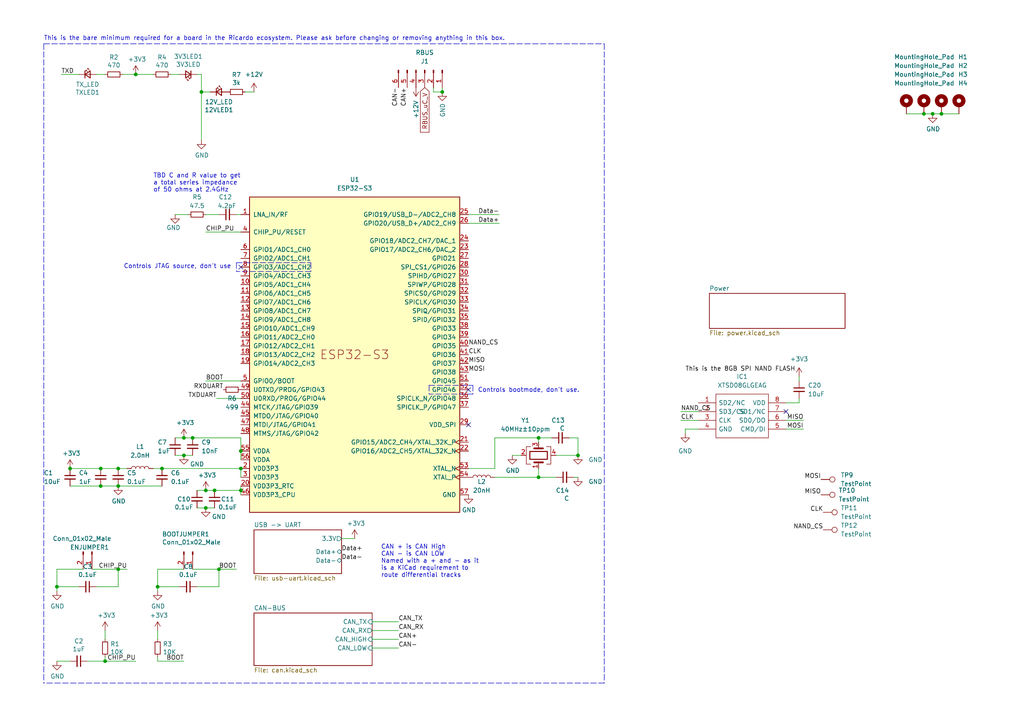
<source format=kicad_sch>
(kicad_sch (version 20211123) (generator eeschema)

  (uuid 7db990e4-92e1-4f99-b4d2-435bbec1ba83)

  (paper "A4")

  (lib_symbols
    (symbol "Connector:Conn_01x02_Male" (pin_names (offset 1.016) hide) (in_bom yes) (on_board yes)
      (property "Reference" "J" (id 0) (at 0 2.54 0)
        (effects (font (size 1.27 1.27)))
      )
      (property "Value" "Conn_01x02_Male" (id 1) (at 0 -5.08 0)
        (effects (font (size 1.27 1.27)))
      )
      (property "Footprint" "" (id 2) (at 0 0 0)
        (effects (font (size 1.27 1.27)) hide)
      )
      (property "Datasheet" "~" (id 3) (at 0 0 0)
        (effects (font (size 1.27 1.27)) hide)
      )
      (property "ki_keywords" "connector" (id 4) (at 0 0 0)
        (effects (font (size 1.27 1.27)) hide)
      )
      (property "ki_description" "Generic connector, single row, 01x02, script generated (kicad-library-utils/schlib/autogen/connector/)" (id 5) (at 0 0 0)
        (effects (font (size 1.27 1.27)) hide)
      )
      (property "ki_fp_filters" "Connector*:*_1x??_*" (id 6) (at 0 0 0)
        (effects (font (size 1.27 1.27)) hide)
      )
      (symbol "Conn_01x02_Male_1_1"
        (polyline
          (pts
            (xy 1.27 -2.54)
            (xy 0.8636 -2.54)
          )
          (stroke (width 0.1524) (type default) (color 0 0 0 0))
          (fill (type none))
        )
        (polyline
          (pts
            (xy 1.27 0)
            (xy 0.8636 0)
          )
          (stroke (width 0.1524) (type default) (color 0 0 0 0))
          (fill (type none))
        )
        (rectangle (start 0.8636 -2.413) (end 0 -2.667)
          (stroke (width 0.1524) (type default) (color 0 0 0 0))
          (fill (type outline))
        )
        (rectangle (start 0.8636 0.127) (end 0 -0.127)
          (stroke (width 0.1524) (type default) (color 0 0 0 0))
          (fill (type outline))
        )
        (pin passive line (at 5.08 0 180) (length 3.81)
          (name "Pin_1" (effects (font (size 1.27 1.27))))
          (number "1" (effects (font (size 1.27 1.27))))
        )
        (pin passive line (at 5.08 -2.54 180) (length 3.81)
          (name "Pin_2" (effects (font (size 1.27 1.27))))
          (number "2" (effects (font (size 1.27 1.27))))
        )
      )
    )
    (symbol "Connector:Conn_01x06_Male" (pin_names (offset 1.016) hide) (in_bom yes) (on_board yes)
      (property "Reference" "J" (id 0) (at 0 7.62 0)
        (effects (font (size 1.27 1.27)))
      )
      (property "Value" "Conn_01x06_Male" (id 1) (at 0 -10.16 0)
        (effects (font (size 1.27 1.27)))
      )
      (property "Footprint" "" (id 2) (at 0 0 0)
        (effects (font (size 1.27 1.27)) hide)
      )
      (property "Datasheet" "~" (id 3) (at 0 0 0)
        (effects (font (size 1.27 1.27)) hide)
      )
      (property "ki_keywords" "connector" (id 4) (at 0 0 0)
        (effects (font (size 1.27 1.27)) hide)
      )
      (property "ki_description" "Generic connector, single row, 01x06, script generated (kicad-library-utils/schlib/autogen/connector/)" (id 5) (at 0 0 0)
        (effects (font (size 1.27 1.27)) hide)
      )
      (property "ki_fp_filters" "Connector*:*_1x??_*" (id 6) (at 0 0 0)
        (effects (font (size 1.27 1.27)) hide)
      )
      (symbol "Conn_01x06_Male_1_1"
        (polyline
          (pts
            (xy 1.27 -7.62)
            (xy 0.8636 -7.62)
          )
          (stroke (width 0.1524) (type default) (color 0 0 0 0))
          (fill (type none))
        )
        (polyline
          (pts
            (xy 1.27 -5.08)
            (xy 0.8636 -5.08)
          )
          (stroke (width 0.1524) (type default) (color 0 0 0 0))
          (fill (type none))
        )
        (polyline
          (pts
            (xy 1.27 -2.54)
            (xy 0.8636 -2.54)
          )
          (stroke (width 0.1524) (type default) (color 0 0 0 0))
          (fill (type none))
        )
        (polyline
          (pts
            (xy 1.27 0)
            (xy 0.8636 0)
          )
          (stroke (width 0.1524) (type default) (color 0 0 0 0))
          (fill (type none))
        )
        (polyline
          (pts
            (xy 1.27 2.54)
            (xy 0.8636 2.54)
          )
          (stroke (width 0.1524) (type default) (color 0 0 0 0))
          (fill (type none))
        )
        (polyline
          (pts
            (xy 1.27 5.08)
            (xy 0.8636 5.08)
          )
          (stroke (width 0.1524) (type default) (color 0 0 0 0))
          (fill (type none))
        )
        (rectangle (start 0.8636 -7.493) (end 0 -7.747)
          (stroke (width 0.1524) (type default) (color 0 0 0 0))
          (fill (type outline))
        )
        (rectangle (start 0.8636 -4.953) (end 0 -5.207)
          (stroke (width 0.1524) (type default) (color 0 0 0 0))
          (fill (type outline))
        )
        (rectangle (start 0.8636 -2.413) (end 0 -2.667)
          (stroke (width 0.1524) (type default) (color 0 0 0 0))
          (fill (type outline))
        )
        (rectangle (start 0.8636 0.127) (end 0 -0.127)
          (stroke (width 0.1524) (type default) (color 0 0 0 0))
          (fill (type outline))
        )
        (rectangle (start 0.8636 2.667) (end 0 2.413)
          (stroke (width 0.1524) (type default) (color 0 0 0 0))
          (fill (type outline))
        )
        (rectangle (start 0.8636 5.207) (end 0 4.953)
          (stroke (width 0.1524) (type default) (color 0 0 0 0))
          (fill (type outline))
        )
        (pin passive line (at 5.08 5.08 180) (length 3.81)
          (name "Pin_1" (effects (font (size 1.27 1.27))))
          (number "1" (effects (font (size 1.27 1.27))))
        )
        (pin passive line (at 5.08 2.54 180) (length 3.81)
          (name "Pin_2" (effects (font (size 1.27 1.27))))
          (number "2" (effects (font (size 1.27 1.27))))
        )
        (pin passive line (at 5.08 0 180) (length 3.81)
          (name "Pin_3" (effects (font (size 1.27 1.27))))
          (number "3" (effects (font (size 1.27 1.27))))
        )
        (pin passive line (at 5.08 -2.54 180) (length 3.81)
          (name "Pin_4" (effects (font (size 1.27 1.27))))
          (number "4" (effects (font (size 1.27 1.27))))
        )
        (pin passive line (at 5.08 -5.08 180) (length 3.81)
          (name "Pin_5" (effects (font (size 1.27 1.27))))
          (number "5" (effects (font (size 1.27 1.27))))
        )
        (pin passive line (at 5.08 -7.62 180) (length 3.81)
          (name "Pin_6" (effects (font (size 1.27 1.27))))
          (number "6" (effects (font (size 1.27 1.27))))
        )
      )
    )
    (symbol "Connector:TestPoint" (pin_numbers hide) (pin_names (offset 0.762) hide) (in_bom yes) (on_board yes)
      (property "Reference" "TP" (id 0) (at 0 6.858 0)
        (effects (font (size 1.27 1.27)))
      )
      (property "Value" "TestPoint" (id 1) (at 0 5.08 0)
        (effects (font (size 1.27 1.27)))
      )
      (property "Footprint" "" (id 2) (at 5.08 0 0)
        (effects (font (size 1.27 1.27)) hide)
      )
      (property "Datasheet" "~" (id 3) (at 5.08 0 0)
        (effects (font (size 1.27 1.27)) hide)
      )
      (property "ki_keywords" "test point tp" (id 4) (at 0 0 0)
        (effects (font (size 1.27 1.27)) hide)
      )
      (property "ki_description" "test point" (id 5) (at 0 0 0)
        (effects (font (size 1.27 1.27)) hide)
      )
      (property "ki_fp_filters" "Pin* Test*" (id 6) (at 0 0 0)
        (effects (font (size 1.27 1.27)) hide)
      )
      (symbol "TestPoint_0_1"
        (circle (center 0 3.302) (radius 0.762)
          (stroke (width 0) (type default) (color 0 0 0 0))
          (fill (type none))
        )
      )
      (symbol "TestPoint_1_1"
        (pin passive line (at 0 0 90) (length 2.54)
          (name "1" (effects (font (size 1.27 1.27))))
          (number "1" (effects (font (size 1.27 1.27))))
        )
      )
    )
    (symbol "Device:C_Small" (pin_numbers hide) (pin_names (offset 0.254) hide) (in_bom yes) (on_board yes)
      (property "Reference" "C" (id 0) (at 0.254 1.778 0)
        (effects (font (size 1.27 1.27)) (justify left))
      )
      (property "Value" "C_Small" (id 1) (at 0.254 -2.032 0)
        (effects (font (size 1.27 1.27)) (justify left))
      )
      (property "Footprint" "" (id 2) (at 0 0 0)
        (effects (font (size 1.27 1.27)) hide)
      )
      (property "Datasheet" "~" (id 3) (at 0 0 0)
        (effects (font (size 1.27 1.27)) hide)
      )
      (property "ki_keywords" "capacitor cap" (id 4) (at 0 0 0)
        (effects (font (size 1.27 1.27)) hide)
      )
      (property "ki_description" "Unpolarized capacitor, small symbol" (id 5) (at 0 0 0)
        (effects (font (size 1.27 1.27)) hide)
      )
      (property "ki_fp_filters" "C_*" (id 6) (at 0 0 0)
        (effects (font (size 1.27 1.27)) hide)
      )
      (symbol "C_Small_0_1"
        (polyline
          (pts
            (xy -1.524 -0.508)
            (xy 1.524 -0.508)
          )
          (stroke (width 0.3302) (type default) (color 0 0 0 0))
          (fill (type none))
        )
        (polyline
          (pts
            (xy -1.524 0.508)
            (xy 1.524 0.508)
          )
          (stroke (width 0.3048) (type default) (color 0 0 0 0))
          (fill (type none))
        )
      )
      (symbol "C_Small_1_1"
        (pin passive line (at 0 2.54 270) (length 2.032)
          (name "~" (effects (font (size 1.27 1.27))))
          (number "1" (effects (font (size 1.27 1.27))))
        )
        (pin passive line (at 0 -2.54 90) (length 2.032)
          (name "~" (effects (font (size 1.27 1.27))))
          (number "2" (effects (font (size 1.27 1.27))))
        )
      )
    )
    (symbol "Device:Crystal_GND24" (pin_names (offset 1.016) hide) (in_bom yes) (on_board yes)
      (property "Reference" "Y" (id 0) (at 3.175 5.08 0)
        (effects (font (size 1.27 1.27)) (justify left))
      )
      (property "Value" "Crystal_GND24" (id 1) (at 3.175 3.175 0)
        (effects (font (size 1.27 1.27)) (justify left))
      )
      (property "Footprint" "" (id 2) (at 0 0 0)
        (effects (font (size 1.27 1.27)) hide)
      )
      (property "Datasheet" "~" (id 3) (at 0 0 0)
        (effects (font (size 1.27 1.27)) hide)
      )
      (property "ki_keywords" "quartz ceramic resonator oscillator" (id 4) (at 0 0 0)
        (effects (font (size 1.27 1.27)) hide)
      )
      (property "ki_description" "Four pin crystal, GND on pins 2 and 4" (id 5) (at 0 0 0)
        (effects (font (size 1.27 1.27)) hide)
      )
      (property "ki_fp_filters" "Crystal*" (id 6) (at 0 0 0)
        (effects (font (size 1.27 1.27)) hide)
      )
      (symbol "Crystal_GND24_0_1"
        (rectangle (start -1.143 2.54) (end 1.143 -2.54)
          (stroke (width 0.3048) (type default) (color 0 0 0 0))
          (fill (type none))
        )
        (polyline
          (pts
            (xy -2.54 0)
            (xy -2.032 0)
          )
          (stroke (width 0) (type default) (color 0 0 0 0))
          (fill (type none))
        )
        (polyline
          (pts
            (xy -2.032 -1.27)
            (xy -2.032 1.27)
          )
          (stroke (width 0.508) (type default) (color 0 0 0 0))
          (fill (type none))
        )
        (polyline
          (pts
            (xy 0 -3.81)
            (xy 0 -3.556)
          )
          (stroke (width 0) (type default) (color 0 0 0 0))
          (fill (type none))
        )
        (polyline
          (pts
            (xy 0 3.556)
            (xy 0 3.81)
          )
          (stroke (width 0) (type default) (color 0 0 0 0))
          (fill (type none))
        )
        (polyline
          (pts
            (xy 2.032 -1.27)
            (xy 2.032 1.27)
          )
          (stroke (width 0.508) (type default) (color 0 0 0 0))
          (fill (type none))
        )
        (polyline
          (pts
            (xy 2.032 0)
            (xy 2.54 0)
          )
          (stroke (width 0) (type default) (color 0 0 0 0))
          (fill (type none))
        )
        (polyline
          (pts
            (xy -2.54 -2.286)
            (xy -2.54 -3.556)
            (xy 2.54 -3.556)
            (xy 2.54 -2.286)
          )
          (stroke (width 0) (type default) (color 0 0 0 0))
          (fill (type none))
        )
        (polyline
          (pts
            (xy -2.54 2.286)
            (xy -2.54 3.556)
            (xy 2.54 3.556)
            (xy 2.54 2.286)
          )
          (stroke (width 0) (type default) (color 0 0 0 0))
          (fill (type none))
        )
      )
      (symbol "Crystal_GND24_1_1"
        (pin passive line (at -3.81 0 0) (length 1.27)
          (name "1" (effects (font (size 1.27 1.27))))
          (number "1" (effects (font (size 1.27 1.27))))
        )
        (pin passive line (at 0 5.08 270) (length 1.27)
          (name "2" (effects (font (size 1.27 1.27))))
          (number "2" (effects (font (size 1.27 1.27))))
        )
        (pin passive line (at 3.81 0 180) (length 1.27)
          (name "3" (effects (font (size 1.27 1.27))))
          (number "3" (effects (font (size 1.27 1.27))))
        )
        (pin passive line (at 0 -5.08 90) (length 1.27)
          (name "4" (effects (font (size 1.27 1.27))))
          (number "4" (effects (font (size 1.27 1.27))))
        )
      )
    )
    (symbol "Device:L" (pin_numbers hide) (pin_names (offset 1.016) hide) (in_bom yes) (on_board yes)
      (property "Reference" "L" (id 0) (at -1.27 0 90)
        (effects (font (size 1.27 1.27)))
      )
      (property "Value" "L" (id 1) (at 1.905 0 90)
        (effects (font (size 1.27 1.27)))
      )
      (property "Footprint" "" (id 2) (at 0 0 0)
        (effects (font (size 1.27 1.27)) hide)
      )
      (property "Datasheet" "~" (id 3) (at 0 0 0)
        (effects (font (size 1.27 1.27)) hide)
      )
      (property "ki_keywords" "inductor choke coil reactor magnetic" (id 4) (at 0 0 0)
        (effects (font (size 1.27 1.27)) hide)
      )
      (property "ki_description" "Inductor" (id 5) (at 0 0 0)
        (effects (font (size 1.27 1.27)) hide)
      )
      (property "ki_fp_filters" "Choke_* *Coil* Inductor_* L_*" (id 6) (at 0 0 0)
        (effects (font (size 1.27 1.27)) hide)
      )
      (symbol "L_0_1"
        (arc (start 0 -2.54) (mid 0.635 -1.905) (end 0 -1.27)
          (stroke (width 0) (type default) (color 0 0 0 0))
          (fill (type none))
        )
        (arc (start 0 -1.27) (mid 0.635 -0.635) (end 0 0)
          (stroke (width 0) (type default) (color 0 0 0 0))
          (fill (type none))
        )
        (arc (start 0 0) (mid 0.635 0.635) (end 0 1.27)
          (stroke (width 0) (type default) (color 0 0 0 0))
          (fill (type none))
        )
        (arc (start 0 1.27) (mid 0.635 1.905) (end 0 2.54)
          (stroke (width 0) (type default) (color 0 0 0 0))
          (fill (type none))
        )
      )
      (symbol "L_1_1"
        (pin passive line (at 0 3.81 270) (length 1.27)
          (name "1" (effects (font (size 1.27 1.27))))
          (number "1" (effects (font (size 1.27 1.27))))
        )
        (pin passive line (at 0 -3.81 90) (length 1.27)
          (name "2" (effects (font (size 1.27 1.27))))
          (number "2" (effects (font (size 1.27 1.27))))
        )
      )
    )
    (symbol "Device:LED_Small" (pin_numbers hide) (pin_names (offset 0.254) hide) (in_bom yes) (on_board yes)
      (property "Reference" "D" (id 0) (at -1.27 3.175 0)
        (effects (font (size 1.27 1.27)) (justify left))
      )
      (property "Value" "LED_Small" (id 1) (at -4.445 -2.54 0)
        (effects (font (size 1.27 1.27)) (justify left))
      )
      (property "Footprint" "" (id 2) (at 0 0 90)
        (effects (font (size 1.27 1.27)) hide)
      )
      (property "Datasheet" "~" (id 3) (at 0 0 90)
        (effects (font (size 1.27 1.27)) hide)
      )
      (property "ki_keywords" "LED diode light-emitting-diode" (id 4) (at 0 0 0)
        (effects (font (size 1.27 1.27)) hide)
      )
      (property "ki_description" "Light emitting diode, small symbol" (id 5) (at 0 0 0)
        (effects (font (size 1.27 1.27)) hide)
      )
      (property "ki_fp_filters" "LED* LED_SMD:* LED_THT:*" (id 6) (at 0 0 0)
        (effects (font (size 1.27 1.27)) hide)
      )
      (symbol "LED_Small_0_1"
        (polyline
          (pts
            (xy -0.762 -1.016)
            (xy -0.762 1.016)
          )
          (stroke (width 0.254) (type default) (color 0 0 0 0))
          (fill (type none))
        )
        (polyline
          (pts
            (xy 1.016 0)
            (xy -0.762 0)
          )
          (stroke (width 0) (type default) (color 0 0 0 0))
          (fill (type none))
        )
        (polyline
          (pts
            (xy 0.762 -1.016)
            (xy -0.762 0)
            (xy 0.762 1.016)
            (xy 0.762 -1.016)
          )
          (stroke (width 0.254) (type default) (color 0 0 0 0))
          (fill (type none))
        )
        (polyline
          (pts
            (xy 0 0.762)
            (xy -0.508 1.27)
            (xy -0.254 1.27)
            (xy -0.508 1.27)
            (xy -0.508 1.016)
          )
          (stroke (width 0) (type default) (color 0 0 0 0))
          (fill (type none))
        )
        (polyline
          (pts
            (xy 0.508 1.27)
            (xy 0 1.778)
            (xy 0.254 1.778)
            (xy 0 1.778)
            (xy 0 1.524)
          )
          (stroke (width 0) (type default) (color 0 0 0 0))
          (fill (type none))
        )
      )
      (symbol "LED_Small_1_1"
        (pin passive line (at -2.54 0 0) (length 1.778)
          (name "K" (effects (font (size 1.27 1.27))))
          (number "1" (effects (font (size 1.27 1.27))))
        )
        (pin passive line (at 2.54 0 180) (length 1.778)
          (name "A" (effects (font (size 1.27 1.27))))
          (number "2" (effects (font (size 1.27 1.27))))
        )
      )
    )
    (symbol "Device:R_Small" (pin_numbers hide) (pin_names (offset 0.254) hide) (in_bom yes) (on_board yes)
      (property "Reference" "R" (id 0) (at 0.762 0.508 0)
        (effects (font (size 1.27 1.27)) (justify left))
      )
      (property "Value" "R_Small" (id 1) (at 0.762 -1.016 0)
        (effects (font (size 1.27 1.27)) (justify left))
      )
      (property "Footprint" "" (id 2) (at 0 0 0)
        (effects (font (size 1.27 1.27)) hide)
      )
      (property "Datasheet" "~" (id 3) (at 0 0 0)
        (effects (font (size 1.27 1.27)) hide)
      )
      (property "ki_keywords" "R resistor" (id 4) (at 0 0 0)
        (effects (font (size 1.27 1.27)) hide)
      )
      (property "ki_description" "Resistor, small symbol" (id 5) (at 0 0 0)
        (effects (font (size 1.27 1.27)) hide)
      )
      (property "ki_fp_filters" "R_*" (id 6) (at 0 0 0)
        (effects (font (size 1.27 1.27)) hide)
      )
      (symbol "R_Small_0_1"
        (rectangle (start -0.762 1.778) (end 0.762 -1.778)
          (stroke (width 0.2032) (type default) (color 0 0 0 0))
          (fill (type none))
        )
      )
      (symbol "R_Small_1_1"
        (pin passive line (at 0 2.54 270) (length 0.762)
          (name "~" (effects (font (size 1.27 1.27))))
          (number "1" (effects (font (size 1.27 1.27))))
        )
        (pin passive line (at 0 -2.54 90) (length 0.762)
          (name "~" (effects (font (size 1.27 1.27))))
          (number "2" (effects (font (size 1.27 1.27))))
        )
      )
    )
    (symbol "Espressif:ESP32-S3" (pin_names (offset 1.016)) (in_bom yes) (on_board yes)
      (property "Reference" "U" (id 0) (at 0 48.26 0)
        (effects (font (size 1.27 1.27)))
      )
      (property "Value" "ESP32-S3" (id 1) (at 0 -48.26 0)
        (effects (font (size 1.27 1.27)))
      )
      (property "Footprint" "Package_DFN_QFN:QFN-56-1EP_7x7mm_P0.4mm_EP5.6x5.6mm" (id 2) (at 0 -50.8 0)
        (effects (font (size 1.27 1.27)) hide)
      )
      (property "Datasheet" "https://www.espressif.com/sites/default/files/documentation/esp32-s3_datasheet_en.pdf" (id 3) (at 0 -53.34 0)
        (effects (font (size 1.27 1.27)) hide)
      )
      (property "ki_description" "ESP32-S3 is a low-power MCU-based system-on-chip (SoC) that supports 2.4 GHz Wi-Fi and Bluetooth® Low Energy (Bluetooth LE). It consists of high-performance dual-core microprocessor (Xtensa® 32-bit LX7), a low power coprocessor, a Wi-Fi baseband, a Bluetooth LE baseband, RF module, and peripherals." (id 4) (at 0 0 0)
        (effects (font (size 1.27 1.27)) hide)
      )
      (symbol "ESP32-S3_0_0"
        (text "ESP32-S3" (at 0 0 0)
          (effects (font (size 2.54 2.54)))
        )
        (pin bidirectional line (at 33.02 -12.7 180) (length 2.54)
          (name "SPICLK_N/GPIO48" (effects (font (size 1.27 1.27))))
          (number "36" (effects (font (size 1.27 1.27))))
        )
        (pin bidirectional line (at 33.02 -15.24 180) (length 2.54)
          (name "SPICLK_P/GPIO47" (effects (font (size 1.27 1.27))))
          (number "37" (effects (font (size 1.27 1.27))))
        )
      )
      (symbol "ESP32-S3_0_1"
        (rectangle (start -30.48 45.72) (end 30.48 -45.72)
          (stroke (width 0.254) (type default) (color 0 0 0 0))
          (fill (type background))
        )
      )
      (symbol "ESP32-S3_1_1"
        (pin bidirectional line (at -33.02 40.64 0) (length 2.54)
          (name "LNA_IN/RF" (effects (font (size 1.27 1.27))))
          (number "1" (effects (font (size 1.27 1.27))))
        )
        (pin bidirectional line (at -33.02 20.32 0) (length 2.54)
          (name "GPIO5/ADC1_CH4" (effects (font (size 1.27 1.27))))
          (number "10" (effects (font (size 1.27 1.27))))
        )
        (pin bidirectional line (at -33.02 17.78 0) (length 2.54)
          (name "GPIO6/ADC1_CH5" (effects (font (size 1.27 1.27))))
          (number "11" (effects (font (size 1.27 1.27))))
        )
        (pin bidirectional line (at -33.02 15.24 0) (length 2.54)
          (name "GPIO7/ADC1_CH6" (effects (font (size 1.27 1.27))))
          (number "12" (effects (font (size 1.27 1.27))))
        )
        (pin bidirectional line (at -33.02 12.7 0) (length 2.54)
          (name "GPIO8/ADC1_CH7" (effects (font (size 1.27 1.27))))
          (number "13" (effects (font (size 1.27 1.27))))
        )
        (pin bidirectional line (at -33.02 10.16 0) (length 2.54)
          (name "GPIO9/ADC1_CH8" (effects (font (size 1.27 1.27))))
          (number "14" (effects (font (size 1.27 1.27))))
        )
        (pin bidirectional line (at -33.02 7.62 0) (length 2.54)
          (name "GPIO10/ADC1_CH9" (effects (font (size 1.27 1.27))))
          (number "15" (effects (font (size 1.27 1.27))))
        )
        (pin bidirectional line (at -33.02 5.08 0) (length 2.54)
          (name "GPIO11/ADC2_CH0" (effects (font (size 1.27 1.27))))
          (number "16" (effects (font (size 1.27 1.27))))
        )
        (pin bidirectional line (at -33.02 2.54 0) (length 2.54)
          (name "GPIO12/ADC2_CH1" (effects (font (size 1.27 1.27))))
          (number "17" (effects (font (size 1.27 1.27))))
        )
        (pin bidirectional line (at -33.02 0 0) (length 2.54)
          (name "GPIO13/ADC2_CH2" (effects (font (size 1.27 1.27))))
          (number "18" (effects (font (size 1.27 1.27))))
        )
        (pin bidirectional line (at -33.02 -2.54 0) (length 2.54)
          (name "GPIO14/ADC2_CH3" (effects (font (size 1.27 1.27))))
          (number "19" (effects (font (size 1.27 1.27))))
        )
        (pin power_in line (at -33.02 -33.02 0) (length 2.54)
          (name "VDD3P3" (effects (font (size 1.27 1.27))))
          (number "2" (effects (font (size 1.27 1.27))))
        )
        (pin power_in line (at -33.02 -38.1 0) (length 2.54)
          (name "VDD3P3_RTC" (effects (font (size 1.27 1.27))))
          (number "20" (effects (font (size 1.27 1.27))))
        )
        (pin input clock (at 33.02 -25.4 180) (length 2.54)
          (name "GPIO15/ADC2_CH4/XTAL_32K_P" (effects (font (size 1.27 1.27))))
          (number "21" (effects (font (size 1.27 1.27))))
        )
        (pin output clock (at 33.02 -27.94 180) (length 2.54)
          (name "GPIO16/ADC2_CH5/XTAL_32K_N" (effects (font (size 1.27 1.27))))
          (number "22" (effects (font (size 1.27 1.27))))
        )
        (pin bidirectional line (at 33.02 30.48 180) (length 2.54)
          (name "GPIO17/ADC2_CH6/DAC_2" (effects (font (size 1.27 1.27))))
          (number "23" (effects (font (size 1.27 1.27))))
        )
        (pin bidirectional line (at 33.02 33.02 180) (length 2.54)
          (name "GPIO18/ADC2_CH7/DAC_1" (effects (font (size 1.27 1.27))))
          (number "24" (effects (font (size 1.27 1.27))))
        )
        (pin bidirectional line (at 33.02 40.64 180) (length 2.54)
          (name "GPIO19/USB_D-/ADC2_CH8" (effects (font (size 1.27 1.27))))
          (number "25" (effects (font (size 1.27 1.27))))
        )
        (pin bidirectional line (at 33.02 38.1 180) (length 2.54)
          (name "GPIO20/USB_D+/ADC2_CH9" (effects (font (size 1.27 1.27))))
          (number "26" (effects (font (size 1.27 1.27))))
        )
        (pin bidirectional line (at 33.02 27.94 180) (length 2.54)
          (name "GPIO21" (effects (font (size 1.27 1.27))))
          (number "27" (effects (font (size 1.27 1.27))))
        )
        (pin bidirectional line (at 33.02 25.4 180) (length 2.54)
          (name "SPI_CS1/GPIO26" (effects (font (size 1.27 1.27))))
          (number "28" (effects (font (size 1.27 1.27))))
        )
        (pin power_out line (at 33.02 -20.32 180) (length 2.54)
          (name "VDD_SPI" (effects (font (size 1.27 1.27))))
          (number "29" (effects (font (size 1.27 1.27))))
        )
        (pin power_in line (at -33.02 -35.56 0) (length 2.54)
          (name "VDD3P3" (effects (font (size 1.27 1.27))))
          (number "3" (effects (font (size 1.27 1.27))))
        )
        (pin bidirectional line (at 33.02 22.86 180) (length 2.54)
          (name "SPIHD/GPIO27" (effects (font (size 1.27 1.27))))
          (number "30" (effects (font (size 1.27 1.27))))
        )
        (pin bidirectional line (at 33.02 20.32 180) (length 2.54)
          (name "SPIWP/GPIO28" (effects (font (size 1.27 1.27))))
          (number "31" (effects (font (size 1.27 1.27))))
        )
        (pin bidirectional line (at 33.02 17.78 180) (length 2.54)
          (name "SPICS0/GPIO29" (effects (font (size 1.27 1.27))))
          (number "32" (effects (font (size 1.27 1.27))))
        )
        (pin bidirectional line (at 33.02 15.24 180) (length 2.54)
          (name "SPICLK/GPIO30" (effects (font (size 1.27 1.27))))
          (number "33" (effects (font (size 1.27 1.27))))
        )
        (pin bidirectional line (at 33.02 12.7 180) (length 2.54)
          (name "SPIQ/GPIO31" (effects (font (size 1.27 1.27))))
          (number "34" (effects (font (size 1.27 1.27))))
        )
        (pin bidirectional line (at 33.02 10.16 180) (length 2.54)
          (name "SPID/GPIO32" (effects (font (size 1.27 1.27))))
          (number "35" (effects (font (size 1.27 1.27))))
        )
        (pin bidirectional line (at 33.02 7.62 180) (length 2.54)
          (name "GPIO33" (effects (font (size 1.27 1.27))))
          (number "38" (effects (font (size 1.27 1.27))))
        )
        (pin bidirectional line (at 33.02 5.08 180) (length 2.54)
          (name "GPIO34" (effects (font (size 1.27 1.27))))
          (number "39" (effects (font (size 1.27 1.27))))
        )
        (pin input line (at -33.02 35.56 0) (length 2.54)
          (name "CHIP_PU/RESET" (effects (font (size 1.27 1.27))))
          (number "4" (effects (font (size 1.27 1.27))))
        )
        (pin bidirectional line (at 33.02 2.54 180) (length 2.54)
          (name "GPIO35" (effects (font (size 1.27 1.27))))
          (number "40" (effects (font (size 1.27 1.27))))
        )
        (pin bidirectional line (at 33.02 0 180) (length 2.54)
          (name "GPIO36" (effects (font (size 1.27 1.27))))
          (number "41" (effects (font (size 1.27 1.27))))
        )
        (pin bidirectional line (at 33.02 -2.54 180) (length 2.54)
          (name "GPIO37" (effects (font (size 1.27 1.27))))
          (number "42" (effects (font (size 1.27 1.27))))
        )
        (pin bidirectional line (at 33.02 -5.08 180) (length 2.54)
          (name "GPIO38" (effects (font (size 1.27 1.27))))
          (number "43" (effects (font (size 1.27 1.27))))
        )
        (pin bidirectional line (at -33.02 -15.24 0) (length 2.54)
          (name "MTCK/JTAG/GPIO39" (effects (font (size 1.27 1.27))))
          (number "44" (effects (font (size 1.27 1.27))))
        )
        (pin bidirectional line (at -33.02 -17.78 0) (length 2.54)
          (name "MTDO/JTAG/GPIO40" (effects (font (size 1.27 1.27))))
          (number "45" (effects (font (size 1.27 1.27))))
        )
        (pin power_in line (at -33.02 -40.64 0) (length 2.54)
          (name "VDD3P3_CPU" (effects (font (size 1.27 1.27))))
          (number "46" (effects (font (size 1.27 1.27))))
        )
        (pin bidirectional line (at -33.02 -20.32 0) (length 2.54)
          (name "MTDI/JTAG/GPIO41" (effects (font (size 1.27 1.27))))
          (number "47" (effects (font (size 1.27 1.27))))
        )
        (pin bidirectional line (at -33.02 -22.86 0) (length 2.54)
          (name "MTMS/JTAG/GPIO42" (effects (font (size 1.27 1.27))))
          (number "48" (effects (font (size 1.27 1.27))))
        )
        (pin bidirectional line (at -33.02 -10.16 0) (length 2.54)
          (name "U0TXD/PROG/GPIO43" (effects (font (size 1.27 1.27))))
          (number "49" (effects (font (size 1.27 1.27))))
        )
        (pin bidirectional line (at -33.02 -7.62 0) (length 2.54)
          (name "GPIO0/BOOT" (effects (font (size 1.27 1.27))))
          (number "5" (effects (font (size 1.27 1.27))))
        )
        (pin bidirectional line (at -33.02 -12.7 0) (length 2.54)
          (name "U0RXD/PROG/GPIO44" (effects (font (size 1.27 1.27))))
          (number "50" (effects (font (size 1.27 1.27))))
        )
        (pin bidirectional line (at 33.02 -7.62 180) (length 2.54)
          (name "GPIO45" (effects (font (size 1.27 1.27))))
          (number "51" (effects (font (size 1.27 1.27))))
        )
        (pin bidirectional line (at 33.02 -10.16 180) (length 2.54)
          (name "GPIO46" (effects (font (size 1.27 1.27))))
          (number "52" (effects (font (size 1.27 1.27))))
        )
        (pin input clock (at 33.02 -33.02 180) (length 2.54)
          (name "XTAL_N" (effects (font (size 1.27 1.27))))
          (number "53" (effects (font (size 1.27 1.27))))
        )
        (pin output clock (at 33.02 -35.56 180) (length 2.54)
          (name "XTAL_P" (effects (font (size 1.27 1.27))))
          (number "54" (effects (font (size 1.27 1.27))))
        )
        (pin power_in line (at -33.02 -27.94 0) (length 2.54)
          (name "VDDA" (effects (font (size 1.27 1.27))))
          (number "55" (effects (font (size 1.27 1.27))))
        )
        (pin power_in line (at -33.02 -30.48 0) (length 2.54)
          (name "VDDA" (effects (font (size 1.27 1.27))))
          (number "56" (effects (font (size 1.27 1.27))))
        )
        (pin power_in line (at 33.02 -40.64 180) (length 2.54)
          (name "GND" (effects (font (size 1.27 1.27))))
          (number "57" (effects (font (size 1.27 1.27))))
        )
        (pin bidirectional line (at -33.02 30.48 0) (length 2.54)
          (name "GPIO1/ADC1_CH0" (effects (font (size 1.27 1.27))))
          (number "6" (effects (font (size 1.27 1.27))))
        )
        (pin bidirectional line (at -33.02 27.94 0) (length 2.54)
          (name "GPIO2/ADC1_CH1" (effects (font (size 1.27 1.27))))
          (number "7" (effects (font (size 1.27 1.27))))
        )
        (pin bidirectional line (at -33.02 25.4 0) (length 2.54)
          (name "GPIO3/ADC1_CH2" (effects (font (size 1.27 1.27))))
          (number "8" (effects (font (size 1.27 1.27))))
        )
        (pin bidirectional line (at -33.02 22.86 0) (length 2.54)
          (name "GPIO4/ADC1_CH3" (effects (font (size 1.27 1.27))))
          (number "9" (effects (font (size 1.27 1.27))))
        )
      )
    )
    (symbol "Mechanical:MountingHole_Pad" (pin_numbers hide) (pin_names (offset 1.016) hide) (in_bom yes) (on_board yes)
      (property "Reference" "H" (id 0) (at 0 6.35 0)
        (effects (font (size 1.27 1.27)))
      )
      (property "Value" "MountingHole_Pad" (id 1) (at 0 4.445 0)
        (effects (font (size 1.27 1.27)))
      )
      (property "Footprint" "" (id 2) (at 0 0 0)
        (effects (font (size 1.27 1.27)) hide)
      )
      (property "Datasheet" "~" (id 3) (at 0 0 0)
        (effects (font (size 1.27 1.27)) hide)
      )
      (property "ki_keywords" "mounting hole" (id 4) (at 0 0 0)
        (effects (font (size 1.27 1.27)) hide)
      )
      (property "ki_description" "Mounting Hole with connection" (id 5) (at 0 0 0)
        (effects (font (size 1.27 1.27)) hide)
      )
      (property "ki_fp_filters" "MountingHole*Pad*" (id 6) (at 0 0 0)
        (effects (font (size 1.27 1.27)) hide)
      )
      (symbol "MountingHole_Pad_0_1"
        (circle (center 0 1.27) (radius 1.27)
          (stroke (width 1.27) (type default) (color 0 0 0 0))
          (fill (type none))
        )
      )
      (symbol "MountingHole_Pad_1_1"
        (pin input line (at 0 -2.54 90) (length 2.54)
          (name "1" (effects (font (size 1.27 1.27))))
          (number "1" (effects (font (size 1.27 1.27))))
        )
      )
    )
    (symbol "chest:XTSD08GLGEAG" (pin_names (offset 0.762)) (in_bom yes) (on_board yes)
      (property "Reference" "IC" (id 0) (at 21.59 7.62 0)
        (effects (font (size 1.27 1.27)) (justify left))
      )
      (property "Value" "XTSD08GLGEAG" (id 1) (at 21.59 5.08 0)
        (effects (font (size 1.27 1.27)) (justify left))
      )
      (property "Footprint" "SON127P800X600X95-8N" (id 2) (at 21.59 2.54 0)
        (effects (font (size 1.27 1.27)) (justify left) hide)
      )
      (property "Datasheet" "https://datasheet.lcsc.com/szlcsc/2005251034_XTX-XTSD08GLGEAG_C558840.pdf" (id 3) (at 21.59 0 0)
        (effects (font (size 1.27 1.27)) (justify left) hide)
      )
      (property "Description" "XTSD01G/XTSD02G/XTSD04G/XTSD08G SD NAND LGA8" (id 4) (at 21.59 -2.54 0)
        (effects (font (size 1.27 1.27)) (justify left) hide)
      )
      (property "Height" "0.95" (id 5) (at 21.59 -5.08 0)
        (effects (font (size 1.27 1.27)) (justify left) hide)
      )
      (property "Manufacturer_Name" "XTX" (id 6) (at 21.59 -7.62 0)
        (effects (font (size 1.27 1.27)) (justify left) hide)
      )
      (property "Manufacturer_Part_Number" "XTSD08GLGEAG" (id 7) (at 21.59 -10.16 0)
        (effects (font (size 1.27 1.27)) (justify left) hide)
      )
      (property "Mouser Part Number" "" (id 8) (at 21.59 -12.7 0)
        (effects (font (size 1.27 1.27)) (justify left) hide)
      )
      (property "Mouser Price/Stock" "" (id 9) (at 21.59 -15.24 0)
        (effects (font (size 1.27 1.27)) (justify left) hide)
      )
      (property "Arrow Part Number" "" (id 10) (at 21.59 -17.78 0)
        (effects (font (size 1.27 1.27)) (justify left) hide)
      )
      (property "Arrow Price/Stock" "" (id 11) (at 21.59 -20.32 0)
        (effects (font (size 1.27 1.27)) (justify left) hide)
      )
      (property "ki_description" "XTSD01G/XTSD02G/XTSD04G/XTSD08G SD NAND LGA8" (id 12) (at 0 0 0)
        (effects (font (size 1.27 1.27)) hide)
      )
      (symbol "XTSD08GLGEAG_0_0"
        (pin bidirectional line (at 0 0 0) (length 5.08)
          (name "SD2/NC" (effects (font (size 1.27 1.27))))
          (number "1" (effects (font (size 1.27 1.27))))
        )
        (pin bidirectional line (at 0 -2.54 0) (length 5.08)
          (name "SD3/CS" (effects (font (size 1.27 1.27))))
          (number "2" (effects (font (size 1.27 1.27))))
        )
        (pin input line (at 0 -5.08 0) (length 5.08)
          (name "CLK" (effects (font (size 1.27 1.27))))
          (number "3" (effects (font (size 1.27 1.27))))
        )
        (pin power_out line (at 0 -7.62 0) (length 5.08)
          (name "GND" (effects (font (size 1.27 1.27))))
          (number "4" (effects (font (size 1.27 1.27))))
        )
        (pin input line (at 25.4 -7.62 180) (length 5.08)
          (name "CMD/DI" (effects (font (size 1.27 1.27))))
          (number "5" (effects (font (size 1.27 1.27))))
        )
        (pin output line (at 25.4 -5.08 180) (length 5.08)
          (name "SD0/DO" (effects (font (size 1.27 1.27))))
          (number "6" (effects (font (size 1.27 1.27))))
        )
        (pin bidirectional line (at 25.4 -2.54 180) (length 5.08)
          (name "SD1/NC" (effects (font (size 1.27 1.27))))
          (number "7" (effects (font (size 1.27 1.27))))
        )
        (pin power_in line (at 25.4 0 180) (length 5.08)
          (name "VDD" (effects (font (size 1.27 1.27))))
          (number "8" (effects (font (size 1.27 1.27))))
        )
      )
      (symbol "XTSD08GLGEAG_0_1"
        (polyline
          (pts
            (xy 5.08 2.54)
            (xy 20.32 2.54)
            (xy 20.32 -10.16)
            (xy 5.08 -10.16)
            (xy 5.08 2.54)
          )
          (stroke (width 0.1524) (type default) (color 0 0 0 0))
          (fill (type none))
        )
      )
    )
    (symbol "power:+12V" (power) (pin_names (offset 0)) (in_bom yes) (on_board yes)
      (property "Reference" "#PWR" (id 0) (at 0 -3.81 0)
        (effects (font (size 1.27 1.27)) hide)
      )
      (property "Value" "+12V" (id 1) (at 0 3.556 0)
        (effects (font (size 1.27 1.27)))
      )
      (property "Footprint" "" (id 2) (at 0 0 0)
        (effects (font (size 1.27 1.27)) hide)
      )
      (property "Datasheet" "" (id 3) (at 0 0 0)
        (effects (font (size 1.27 1.27)) hide)
      )
      (property "ki_keywords" "power-flag" (id 4) (at 0 0 0)
        (effects (font (size 1.27 1.27)) hide)
      )
      (property "ki_description" "Power symbol creates a global label with name \"+12V\"" (id 5) (at 0 0 0)
        (effects (font (size 1.27 1.27)) hide)
      )
      (symbol "+12V_0_1"
        (polyline
          (pts
            (xy -0.762 1.27)
            (xy 0 2.54)
          )
          (stroke (width 0) (type default) (color 0 0 0 0))
          (fill (type none))
        )
        (polyline
          (pts
            (xy 0 0)
            (xy 0 2.54)
          )
          (stroke (width 0) (type default) (color 0 0 0 0))
          (fill (type none))
        )
        (polyline
          (pts
            (xy 0 2.54)
            (xy 0.762 1.27)
          )
          (stroke (width 0) (type default) (color 0 0 0 0))
          (fill (type none))
        )
      )
      (symbol "+12V_1_1"
        (pin power_in line (at 0 0 90) (length 0) hide
          (name "+12V" (effects (font (size 1.27 1.27))))
          (number "1" (effects (font (size 1.27 1.27))))
        )
      )
    )
    (symbol "power:+3.3V" (power) (pin_names (offset 0)) (in_bom yes) (on_board yes)
      (property "Reference" "#PWR" (id 0) (at 0 -3.81 0)
        (effects (font (size 1.27 1.27)) hide)
      )
      (property "Value" "+3.3V" (id 1) (at 0 3.556 0)
        (effects (font (size 1.27 1.27)))
      )
      (property "Footprint" "" (id 2) (at 0 0 0)
        (effects (font (size 1.27 1.27)) hide)
      )
      (property "Datasheet" "" (id 3) (at 0 0 0)
        (effects (font (size 1.27 1.27)) hide)
      )
      (property "ki_keywords" "power-flag" (id 4) (at 0 0 0)
        (effects (font (size 1.27 1.27)) hide)
      )
      (property "ki_description" "Power symbol creates a global label with name \"+3.3V\"" (id 5) (at 0 0 0)
        (effects (font (size 1.27 1.27)) hide)
      )
      (symbol "+3.3V_0_1"
        (polyline
          (pts
            (xy -0.762 1.27)
            (xy 0 2.54)
          )
          (stroke (width 0) (type default) (color 0 0 0 0))
          (fill (type none))
        )
        (polyline
          (pts
            (xy 0 0)
            (xy 0 2.54)
          )
          (stroke (width 0) (type default) (color 0 0 0 0))
          (fill (type none))
        )
        (polyline
          (pts
            (xy 0 2.54)
            (xy 0.762 1.27)
          )
          (stroke (width 0) (type default) (color 0 0 0 0))
          (fill (type none))
        )
      )
      (symbol "+3.3V_1_1"
        (pin power_in line (at 0 0 90) (length 0) hide
          (name "+3V3" (effects (font (size 1.27 1.27))))
          (number "1" (effects (font (size 1.27 1.27))))
        )
      )
    )
    (symbol "power:GND" (power) (pin_names (offset 0)) (in_bom yes) (on_board yes)
      (property "Reference" "#PWR" (id 0) (at 0 -6.35 0)
        (effects (font (size 1.27 1.27)) hide)
      )
      (property "Value" "GND" (id 1) (at 0 -3.81 0)
        (effects (font (size 1.27 1.27)))
      )
      (property "Footprint" "" (id 2) (at 0 0 0)
        (effects (font (size 1.27 1.27)) hide)
      )
      (property "Datasheet" "" (id 3) (at 0 0 0)
        (effects (font (size 1.27 1.27)) hide)
      )
      (property "ki_keywords" "power-flag" (id 4) (at 0 0 0)
        (effects (font (size 1.27 1.27)) hide)
      )
      (property "ki_description" "Power symbol creates a global label with name \"GND\" , ground" (id 5) (at 0 0 0)
        (effects (font (size 1.27 1.27)) hide)
      )
      (symbol "GND_0_1"
        (polyline
          (pts
            (xy 0 0)
            (xy 0 -1.27)
            (xy 1.27 -1.27)
            (xy 0 -2.54)
            (xy -1.27 -1.27)
            (xy 0 -1.27)
          )
          (stroke (width 0) (type default) (color 0 0 0 0))
          (fill (type none))
        )
      )
      (symbol "GND_1_1"
        (pin power_in line (at 0 0 270) (length 0) hide
          (name "GND" (effects (font (size 1.27 1.27))))
          (number "1" (effects (font (size 1.27 1.27))))
        )
      )
    )
  )


  (junction (at 39.37 21.59) (diameter 0) (color 0 0 0 0)
    (uuid 02f8904b-a7b2-49dd-b392-764e7e29fb51)
  )
  (junction (at 59.69 142.24) (diameter 0) (color 0 0 0 0)
    (uuid 0753a347-97d9-4cb7-b81c-f57d156ee03d)
  )
  (junction (at 53.34 127) (diameter 0) (color 0 0 0 0)
    (uuid 259169cf-23d2-4d34-acfa-b35367d25621)
  )
  (junction (at 58.42 26.67) (diameter 0) (color 0 0 0 0)
    (uuid 28b01cd2-da3a-46ec-8825-b0f31a0b8987)
  )
  (junction (at 30.48 191.77) (diameter 0) (color 0 0 0 0)
    (uuid 35c09d1f-2914-4d1e-a002-df30af772f3b)
  )
  (junction (at 69.85 142.24) (diameter 0) (color 0 0 0 0)
    (uuid 69bccc29-7896-4bd5-847c-4b30488bfdf7)
  )
  (junction (at 55.88 127) (diameter 0) (color 0 0 0 0)
    (uuid 7080b686-704b-4224-87e0-0a66227e69e7)
  )
  (junction (at 63.5 165.1) (diameter 0) (color 0 0 0 0)
    (uuid 747f57e5-4698-4c6b-916d-232e6b1f645b)
  )
  (junction (at 59.69 147.32) (diameter 0) (color 0 0 0 0)
    (uuid 76b48920-113a-47db-a65d-49e9e75b755a)
  )
  (junction (at 62.23 142.24) (diameter 0) (color 0 0 0 0)
    (uuid 7847a7dc-83b6-40e8-ab83-35ec04184c6f)
  )
  (junction (at 34.29 135.89) (diameter 0) (color 0 0 0 0)
    (uuid 7a8ee3ce-88a3-49a2-aa53-ca000ddb33c8)
  )
  (junction (at 20.32 135.89) (diameter 0) (color 0 0 0 0)
    (uuid 88f17a64-5024-4f4b-8346-d8222bac5104)
  )
  (junction (at 45.72 170.18) (diameter 0) (color 0 0 0 0)
    (uuid 8ac400bf-c9b3-4af4-b0a7-9aa9ab4ad17e)
  )
  (junction (at 29.21 135.89) (diameter 0) (color 0 0 0 0)
    (uuid a6a6b792-84b0-4f4e-9e9d-847e9a94203c)
  )
  (junction (at 34.29 140.97) (diameter 0) (color 0 0 0 0)
    (uuid abc917ce-119d-4f43-8ab3-fb5d20f74b7e)
  )
  (junction (at 156.21 127) (diameter 0) (color 0 0 0 0)
    (uuid ae65856b-4a40-4cab-a5ff-5a35c8850e02)
  )
  (junction (at 273.05 33.02) (diameter 0) (color 0 0 0 0)
    (uuid b32183f9-e002-4a64-a1c2-255269c79027)
  )
  (junction (at 53.34 132.08) (diameter 0) (color 0 0 0 0)
    (uuid b7428965-44ff-4d1f-990c-3d61005cbad1)
  )
  (junction (at 156.21 138.43) (diameter 0) (color 0 0 0 0)
    (uuid b749e26e-88fc-47bb-b418-a32130eee6ec)
  )
  (junction (at 69.85 130.81) (diameter 0) (color 0 0 0 0)
    (uuid b81264dd-7182-41f5-960f-39b78460c520)
  )
  (junction (at 29.21 140.97) (diameter 0) (color 0 0 0 0)
    (uuid c86aaef9-56ce-427d-b18b-c7a9b78c893f)
  )
  (junction (at 16.51 170.18) (diameter 0) (color 0 0 0 0)
    (uuid cb083d38-4f11-4a80-8b19-ab751c405e4a)
  )
  (junction (at 270.51 33.02) (diameter 0) (color 0 0 0 0)
    (uuid de1d8b49-3cd8-4ee5-8113-50d6db3ea930)
  )
  (junction (at 267.97 33.02) (diameter 0) (color 0 0 0 0)
    (uuid de3cc7ee-e860-4f56-b4cf-41e7448f2241)
  )
  (junction (at 167.64 132.08) (diameter 0) (color 0 0 0 0)
    (uuid e379247a-7c51-4094-9a8c-3b8a6d5322fb)
  )
  (junction (at 46.99 135.89) (diameter 0) (color 0 0 0 0)
    (uuid edb60ccc-5ad5-4417-9f0a-4281bdc6260b)
  )
  (junction (at 128.27 26.67) (diameter 0) (color 0 0 0 0)
    (uuid eea79eca-5259-4bf1-94e4-b068a2ad63a0)
  )
  (junction (at 34.29 165.1) (diameter 0) (color 0 0 0 0)
    (uuid f0852334-0410-4a06-99ff-da7ea21a1167)
  )
  (junction (at 69.85 135.89) (diameter 0) (color 0 0 0 0)
    (uuid f130ddb0-0916-407d-9728-6ff1a5a57806)
  )

  (no_connect (at 227.965 119.38) (uuid 412a2e93-bc59-4f00-b89c-a76aeea84e2d))
  (no_connect (at 69.85 77.47) (uuid 86749bc6-b935-4c25-9994-054cf825bf11))
  (no_connect (at 135.89 113.03) (uuid ba0e2a32-0319-4e19-bc9d-127797da9405))
  (no_connect (at 135.89 123.19) (uuid d53bdb65-9586-496e-89ff-e2edf8bb8d22))

  (wire (pts (xy 30.48 191.77) (xy 30.48 190.5))
    (stroke (width 0) (type default) (color 0 0 0 0))
    (uuid 051b8cb0-ae77-4e09-98a7-bf2103319e66)
  )
  (wire (pts (xy 135.89 62.23) (xy 144.78 62.23))
    (stroke (width 0) (type default) (color 0 0 0 0))
    (uuid 0596a4e1-f35f-4645-a1af-a46bcfa8e52f)
  )
  (wire (pts (xy 69.85 135.89) (xy 69.85 138.43))
    (stroke (width 0) (type default) (color 0 0 0 0))
    (uuid 08037f72-1ad9-4bc9-95c3-6f637ed2bbf8)
  )
  (wire (pts (xy 231.775 115.57) (xy 231.775 116.84))
    (stroke (width 0) (type default) (color 0 0 0 0))
    (uuid 088cc44b-3609-4c28-bf91-2bf1ff0b999a)
  )
  (polyline (pts (xy 90.17 78.74) (xy 68.58 78.74))
    (stroke (width 0) (type default) (color 0 0 0 0))
    (uuid 0c941d7e-dc66-4338-9268-c7a441f62b3b)
  )

  (wire (pts (xy 63.5 170.18) (xy 63.5 165.1))
    (stroke (width 0) (type default) (color 0 0 0 0))
    (uuid 0cc9bf07-55b9-458f-b8aa-41b2f51fa940)
  )
  (polyline (pts (xy 68.58 76.2) (xy 68.58 78.74))
    (stroke (width 0) (type default) (color 0 0 0 0))
    (uuid 0e807ccc-cc79-42a4-806d-495a604e9066)
  )

  (wire (pts (xy 60.96 26.67) (xy 58.42 26.67))
    (stroke (width 0) (type default) (color 0 0 0 0))
    (uuid 11c7c8d4-4c4b-4330-bb59-1eec2e98b255)
  )
  (wire (pts (xy 16.51 191.77) (xy 20.32 191.77))
    (stroke (width 0) (type default) (color 0 0 0 0))
    (uuid 14094ad2-b562-4efa-8c6f-51d7a3134345)
  )
  (wire (pts (xy 107.95 180.34) (xy 115.57 180.34))
    (stroke (width 0) (type default) (color 0 0 0 0))
    (uuid 165f4d8d-26a9-4cf2-a8d6-9936cd983be4)
  )
  (wire (pts (xy 128.27 25.4) (xy 128.27 26.67))
    (stroke (width 0) (type default) (color 0 0 0 0))
    (uuid 18b29a0a-bb5b-4893-b87d-10e1330ffefa)
  )
  (wire (pts (xy 160.02 127) (xy 156.21 127))
    (stroke (width 0) (type default) (color 0 0 0 0))
    (uuid 1f11e357-9503-4aca-8109-c63c95c64295)
  )
  (wire (pts (xy 45.72 165.1) (xy 53.34 165.1))
    (stroke (width 0) (type default) (color 0 0 0 0))
    (uuid 21492bcd-343a-4b2b-b55a-b4586c11bdeb)
  )
  (wire (pts (xy 125.73 26.67) (xy 128.27 26.67))
    (stroke (width 0) (type default) (color 0 0 0 0))
    (uuid 21993a88-c712-4d8d-ae13-f0d32632c5c2)
  )
  (wire (pts (xy 58.42 21.59) (xy 57.15 21.59))
    (stroke (width 0) (type default) (color 0 0 0 0))
    (uuid 2518d4ea-25cc-4e57-a0d6-8482034e7318)
  )
  (wire (pts (xy 62.865 115.57) (xy 69.85 115.57))
    (stroke (width 0) (type default) (color 0 0 0 0))
    (uuid 2717ced3-7fe9-45f1-be5f-fca1ce11ffc0)
  )
  (wire (pts (xy 29.21 135.89) (xy 34.29 135.89))
    (stroke (width 0) (type default) (color 0 0 0 0))
    (uuid 281698c5-7895-43e7-9b24-4c1c20f939f7)
  )
  (wire (pts (xy 143.51 138.43) (xy 156.21 138.43))
    (stroke (width 0) (type default) (color 0 0 0 0))
    (uuid 2bc36d38-3db9-45ef-a5ec-5af897552a06)
  )
  (wire (pts (xy 227.965 124.46) (xy 233.045 124.46))
    (stroke (width 0) (type default) (color 0 0 0 0))
    (uuid 2c4893f0-1ffd-4e6b-b9e1-8baf3369ab77)
  )
  (wire (pts (xy 59.69 110.49) (xy 69.85 110.49))
    (stroke (width 0) (type default) (color 0 0 0 0))
    (uuid 2def1fb1-e71c-4211-825c-c14bbb3a90c6)
  )
  (polyline (pts (xy 12.7 12.7) (xy 12.7 198.12))
    (stroke (width 0) (type default) (color 0 0 0 0))
    (uuid 2e6e4da7-4138-4cfe-b625-b386e28a750a)
  )

  (wire (pts (xy 267.97 33.02) (xy 262.89 33.02))
    (stroke (width 0) (type default) (color 0 0 0 0))
    (uuid 318cdbda-f2fe-4337-9b97-a693e6cb6f11)
  )
  (wire (pts (xy 16.51 170.18) (xy 16.51 171.45))
    (stroke (width 0) (type default) (color 0 0 0 0))
    (uuid 347562f5-b152-4e7b-8a69-40ca6daaaad4)
  )
  (wire (pts (xy 57.15 170.18) (xy 63.5 170.18))
    (stroke (width 0) (type default) (color 0 0 0 0))
    (uuid 363945f6-fbef-42be-99cf-4a8a48434d92)
  )
  (polyline (pts (xy 137.16 111.76) (xy 137.16 114.3))
    (stroke (width 0) (type default) (color 0 0 0 0))
    (uuid 3772e487-5f01-48f8-9322-a22981779296)
  )

  (wire (pts (xy 68.58 165.1) (xy 63.5 165.1))
    (stroke (width 0) (type default) (color 0 0 0 0))
    (uuid 386ad9e3-71fa-420f-8722-88548b024fc5)
  )
  (wire (pts (xy 68.58 62.23) (xy 69.85 62.23))
    (stroke (width 0) (type default) (color 0 0 0 0))
    (uuid 3c250346-e57f-46d0-b7ce-f5a4aa1641f5)
  )
  (wire (pts (xy 27.94 21.59) (xy 30.48 21.59))
    (stroke (width 0) (type default) (color 0 0 0 0))
    (uuid 3e3d55c8-e0ea-48fb-8421-a84b7cb7055b)
  )
  (wire (pts (xy 16.51 165.1) (xy 16.51 170.18))
    (stroke (width 0) (type default) (color 0 0 0 0))
    (uuid 3efa2ece-8f3f-4a8c-96e9-6ab3ec6f1f70)
  )
  (wire (pts (xy 161.29 132.08) (xy 167.64 132.08))
    (stroke (width 0) (type default) (color 0 0 0 0))
    (uuid 40834fc2-e639-4f18-8fd9-a3e732b16285)
  )
  (wire (pts (xy 30.48 182.88) (xy 30.48 185.42))
    (stroke (width 0) (type default) (color 0 0 0 0))
    (uuid 422b10b9-e829-44a2-8808-05edd8cb3050)
  )
  (wire (pts (xy 57.15 147.32) (xy 59.69 147.32))
    (stroke (width 0) (type default) (color 0 0 0 0))
    (uuid 43fd7235-fec6-4208-98cc-2f0d17b40706)
  )
  (wire (pts (xy 231.775 116.84) (xy 227.965 116.84))
    (stroke (width 0) (type default) (color 0 0 0 0))
    (uuid 44698606-27a2-4934-abd3-d1ca9f16f336)
  )
  (polyline (pts (xy 68.58 76.2) (xy 90.17 76.2))
    (stroke (width 0) (type default) (color 0 0 0 0))
    (uuid 4487a016-1e34-4dc6-9492-fc0fde8fd969)
  )

  (wire (pts (xy 34.29 135.89) (xy 36.83 135.89))
    (stroke (width 0) (type default) (color 0 0 0 0))
    (uuid 45f89ba8-dd0d-4911-9b7b-7fef43bcc70a)
  )
  (wire (pts (xy 69.85 142.24) (xy 69.85 143.51))
    (stroke (width 0) (type default) (color 0 0 0 0))
    (uuid 462bb750-8a8e-4305-abda-25d8890e7e6c)
  )
  (wire (pts (xy 62.23 142.24) (xy 69.85 142.24))
    (stroke (width 0) (type default) (color 0 0 0 0))
    (uuid 4bd67bfa-0bbd-4c04-8070-9beceaabf983)
  )
  (wire (pts (xy 53.34 132.08) (xy 55.88 132.08))
    (stroke (width 0) (type default) (color 0 0 0 0))
    (uuid 4e227210-a139-42d9-8ed1-c4dfeeb75252)
  )
  (wire (pts (xy 143.51 135.89) (xy 143.51 127))
    (stroke (width 0) (type default) (color 0 0 0 0))
    (uuid 4fb87693-cec8-4e17-91ff-d76edcb02f63)
  )
  (wire (pts (xy 156.21 127) (xy 156.21 128.27))
    (stroke (width 0) (type default) (color 0 0 0 0))
    (uuid 585f0bbf-2f27-4163-8e8e-b5c9bf3444e2)
  )
  (wire (pts (xy 34.29 165.1) (xy 36.83 165.1))
    (stroke (width 0) (type default) (color 0 0 0 0))
    (uuid 598483d5-163b-475c-83a1-684fb184809e)
  )
  (wire (pts (xy 50.8 132.08) (xy 53.34 132.08))
    (stroke (width 0) (type default) (color 0 0 0 0))
    (uuid 5be38e16-38c6-4713-8c39-bc5c7a059ab3)
  )
  (polyline (pts (xy 124.46 111.76) (xy 124.46 114.3))
    (stroke (width 0) (type default) (color 0 0 0 0))
    (uuid 5ede4c5b-b589-4517-a4f5-02d54b6b84c7)
  )
  (polyline (pts (xy 12.7 12.7) (xy 175.26 12.7))
    (stroke (width 0) (type default) (color 0 0 0 0))
    (uuid 63a2cc99-9d2a-45e1-85c7-43c1f1f4d906)
  )

  (wire (pts (xy 44.45 135.89) (xy 46.99 135.89))
    (stroke (width 0) (type default) (color 0 0 0 0))
    (uuid 6a46ab16-f5fd-4446-b3e9-c38f81123df3)
  )
  (wire (pts (xy 69.85 130.81) (xy 69.85 133.35))
    (stroke (width 0) (type default) (color 0 0 0 0))
    (uuid 6d8abd55-f106-4e10-80e4-465ce0048c35)
  )
  (wire (pts (xy 22.86 170.18) (xy 16.51 170.18))
    (stroke (width 0) (type default) (color 0 0 0 0))
    (uuid 70d34adf-9bd8-469e-8c77-5c0d7adf511e)
  )
  (wire (pts (xy 50.8 127) (xy 53.34 127))
    (stroke (width 0) (type default) (color 0 0 0 0))
    (uuid 79aa5d00-afa5-4071-a4bf-82848284c4ad)
  )
  (wire (pts (xy 17.78 21.59) (xy 22.86 21.59))
    (stroke (width 0) (type default) (color 0 0 0 0))
    (uuid 7acd513a-187b-4936-9f93-2e521ce33ad5)
  )
  (wire (pts (xy 52.07 170.18) (xy 45.72 170.18))
    (stroke (width 0) (type default) (color 0 0 0 0))
    (uuid 7c5f3091-7791-43b3-8d50-43f6a72274c9)
  )
  (wire (pts (xy 50.8 62.23) (xy 54.61 62.23))
    (stroke (width 0) (type default) (color 0 0 0 0))
    (uuid 7da42b1a-58c8-436d-a35c-f2f7eeadb548)
  )
  (wire (pts (xy 231.775 109.22) (xy 231.775 110.49))
    (stroke (width 0) (type default) (color 0 0 0 0))
    (uuid 7f19eff3-1974-4327-9cf9-3301c5af126f)
  )
  (wire (pts (xy 59.69 62.23) (xy 63.5 62.23))
    (stroke (width 0) (type default) (color 0 0 0 0))
    (uuid 81baa0e2-b7cd-4556-98c0-5782e8cdee93)
  )
  (wire (pts (xy 227.965 121.92) (xy 233.045 121.92))
    (stroke (width 0) (type default) (color 0 0 0 0))
    (uuid 81d18d08-18a8-4be8-9dc0-1ddf66a452b5)
  )
  (wire (pts (xy 278.13 33.02) (xy 273.05 33.02))
    (stroke (width 0) (type default) (color 0 0 0 0))
    (uuid 848724ee-1b9c-4104-83c6-94f25177f0bb)
  )
  (wire (pts (xy 29.21 140.97) (xy 34.29 140.97))
    (stroke (width 0) (type default) (color 0 0 0 0))
    (uuid 8694af07-2e2b-42a0-9363-1c8b6c42e5a4)
  )
  (wire (pts (xy 35.56 21.59) (xy 39.37 21.59))
    (stroke (width 0) (type default) (color 0 0 0 0))
    (uuid 86e98417-f5e4-48ba-8147-ef66cc03dde6)
  )
  (wire (pts (xy 55.88 127) (xy 69.85 127))
    (stroke (width 0) (type default) (color 0 0 0 0))
    (uuid 8988f368-3c7a-4b9d-be2e-fb249d0a5b81)
  )
  (wire (pts (xy 107.95 187.96) (xy 115.57 187.96))
    (stroke (width 0) (type default) (color 0 0 0 0))
    (uuid 8d32222d-3a09-4df5-a2cd-813fcf879ff4)
  )
  (wire (pts (xy 107.95 182.88) (xy 115.57 182.88))
    (stroke (width 0) (type default) (color 0 0 0 0))
    (uuid 8e697b96-cf4c-43ef-b321-8c2422b088bf)
  )
  (wire (pts (xy 69.85 127) (xy 69.85 130.81))
    (stroke (width 0) (type default) (color 0 0 0 0))
    (uuid 8e69aa56-30c6-4a32-afa8-ca82b7ca6fe3)
  )
  (polyline (pts (xy 137.16 114.3) (xy 124.46 114.3))
    (stroke (width 0) (type default) (color 0 0 0 0))
    (uuid 9157655e-d7cd-4f01-96fd-05402917334b)
  )

  (wire (pts (xy 55.88 165.1) (xy 63.5 165.1))
    (stroke (width 0) (type default) (color 0 0 0 0))
    (uuid 96315415-cfed-47d2-b3dd-d782358bd0df)
  )
  (wire (pts (xy 125.73 25.4) (xy 125.73 26.67))
    (stroke (width 0) (type default) (color 0 0 0 0))
    (uuid 9739d739-0b07-4b27-a410-11cc916653d5)
  )
  (wire (pts (xy 25.4 191.77) (xy 30.48 191.77))
    (stroke (width 0) (type default) (color 0 0 0 0))
    (uuid 974c48bf-534e-4335-98e1-b0426c783e99)
  )
  (wire (pts (xy 273.05 33.02) (xy 270.51 33.02))
    (stroke (width 0) (type default) (color 0 0 0 0))
    (uuid 97890072-bec1-4cee-87ab-836f509466aa)
  )
  (wire (pts (xy 135.89 135.89) (xy 143.51 135.89))
    (stroke (width 0) (type default) (color 0 0 0 0))
    (uuid 978b98a7-a6fd-4ea7-88d0-31e99e82938a)
  )
  (wire (pts (xy 45.72 170.18) (xy 45.72 171.45))
    (stroke (width 0) (type default) (color 0 0 0 0))
    (uuid 97dcf785-3264-40a1-a36e-8842acab24fb)
  )
  (wire (pts (xy 45.72 191.77) (xy 45.72 190.5))
    (stroke (width 0) (type default) (color 0 0 0 0))
    (uuid 98861672-254d-432b-8e5a-10d885a5ffdc)
  )
  (wire (pts (xy 49.53 21.59) (xy 52.07 21.59))
    (stroke (width 0) (type default) (color 0 0 0 0))
    (uuid 99e6b8eb-b08e-4d42-84dd-8b7f6765b7b7)
  )
  (wire (pts (xy 148.59 132.08) (xy 151.13 132.08))
    (stroke (width 0) (type default) (color 0 0 0 0))
    (uuid 9f30b366-555e-41f2-9a97-4d2dc9c67f4d)
  )
  (wire (pts (xy 58.42 21.59) (xy 58.42 26.67))
    (stroke (width 0) (type default) (color 0 0 0 0))
    (uuid a49e8613-3cd2-48ed-8977-6bb5023f7722)
  )
  (wire (pts (xy 161.29 138.43) (xy 156.21 138.43))
    (stroke (width 0) (type default) (color 0 0 0 0))
    (uuid a6a5a58a-1318-4dfd-9224-741c82719b05)
  )
  (wire (pts (xy 198.755 124.46) (xy 202.565 124.46))
    (stroke (width 0) (type default) (color 0 0 0 0))
    (uuid a7726ed2-02d8-494d-ae77-6f6c20a47a65)
  )
  (wire (pts (xy 59.69 67.31) (xy 69.85 67.31))
    (stroke (width 0) (type default) (color 0 0 0 0))
    (uuid b631e025-a8e2-4a19-bb6a-e279684a284c)
  )
  (wire (pts (xy 53.34 191.77) (xy 45.72 191.77))
    (stroke (width 0) (type default) (color 0 0 0 0))
    (uuid be41ac9e-b8ba-4089-983b-b84269707f1c)
  )
  (wire (pts (xy 58.42 26.67) (xy 58.42 40.64))
    (stroke (width 0) (type default) (color 0 0 0 0))
    (uuid c614628c-b38e-4557-8846-d7359bb2e5ae)
  )
  (wire (pts (xy 156.21 135.89) (xy 156.21 138.43))
    (stroke (width 0) (type default) (color 0 0 0 0))
    (uuid cb423d23-248c-4025-8287-f52c79c458e6)
  )
  (wire (pts (xy 34.29 170.18) (xy 34.29 165.1))
    (stroke (width 0) (type default) (color 0 0 0 0))
    (uuid cbde200f-1075-469a-89f8-abbdcf30e36a)
  )
  (polyline (pts (xy 90.17 76.2) (xy 90.17 78.74))
    (stroke (width 0) (type default) (color 0 0 0 0))
    (uuid ccefa9f6-2398-472d-98f5-f384847c2997)
  )

  (wire (pts (xy 143.51 127) (xy 156.21 127))
    (stroke (width 0) (type default) (color 0 0 0 0))
    (uuid cf7bb7d6-3394-4ca8-aa98-85a7ecf51bec)
  )
  (wire (pts (xy 99.06 156.21) (xy 102.87 156.21))
    (stroke (width 0) (type default) (color 0 0 0 0))
    (uuid d075de7f-3792-4fce-915d-e7165f3761a8)
  )
  (wire (pts (xy 167.64 138.43) (xy 166.37 138.43))
    (stroke (width 0) (type default) (color 0 0 0 0))
    (uuid d0903627-f977-4019-a2a8-cd6a59457268)
  )
  (wire (pts (xy 20.32 135.89) (xy 29.21 135.89))
    (stroke (width 0) (type default) (color 0 0 0 0))
    (uuid d503936b-054a-47e2-baaf-08d777fd6bc9)
  )
  (wire (pts (xy 167.64 127) (xy 167.64 132.08))
    (stroke (width 0) (type default) (color 0 0 0 0))
    (uuid d7ba578f-b238-4129-9dd6-a4f24d85a922)
  )
  (wire (pts (xy 39.37 21.59) (xy 44.45 21.59))
    (stroke (width 0) (type default) (color 0 0 0 0))
    (uuid db851147-6a1e-4d19-898c-0ba71182359b)
  )
  (polyline (pts (xy 124.46 111.76) (xy 137.16 111.76))
    (stroke (width 0) (type default) (color 0 0 0 0))
    (uuid dd405653-e92d-4bb6-93d3-093ca0f91b3a)
  )

  (wire (pts (xy 59.69 147.32) (xy 62.23 147.32))
    (stroke (width 0) (type default) (color 0 0 0 0))
    (uuid dd493282-399a-404f-9dd5-f2b81f9a0a7d)
  )
  (wire (pts (xy 30.48 191.77) (xy 39.37 191.77))
    (stroke (width 0) (type default) (color 0 0 0 0))
    (uuid e2b24e25-1a0d-434a-876b-c595b47d80d2)
  )
  (wire (pts (xy 270.51 33.02) (xy 267.97 33.02))
    (stroke (width 0) (type default) (color 0 0 0 0))
    (uuid e2eb1d3c-c642-4dbd-b691-8f474f966c6b)
  )
  (wire (pts (xy 107.95 185.42) (xy 115.57 185.42))
    (stroke (width 0) (type default) (color 0 0 0 0))
    (uuid e350c58b-bda5-4dba-b1ed-a5a0d21c360e)
  )
  (wire (pts (xy 53.34 127) (xy 55.88 127))
    (stroke (width 0) (type default) (color 0 0 0 0))
    (uuid e58214e3-6e5f-442e-a3df-91298d6756bd)
  )
  (wire (pts (xy 73.66 26.67) (xy 71.12 26.67))
    (stroke (width 0) (type default) (color 0 0 0 0))
    (uuid e9718b92-3b9a-4f66-9667-1d8b294076da)
  )
  (wire (pts (xy 46.99 135.89) (xy 69.85 135.89))
    (stroke (width 0) (type default) (color 0 0 0 0))
    (uuid e97f47b2-46c5-43bc-86fd-c5f6e5533b69)
  )
  (wire (pts (xy 197.485 121.92) (xy 202.565 121.92))
    (stroke (width 0) (type default) (color 0 0 0 0))
    (uuid eb4eb382-4a7e-4a4e-a85b-aa80eb7981fd)
  )
  (polyline (pts (xy 175.26 12.7) (xy 175.26 198.12))
    (stroke (width 0) (type default) (color 0 0 0 0))
    (uuid ebfa3bc5-489a-4b1a-8067-da3c91cb3045)
  )

  (wire (pts (xy 198.755 125.73) (xy 198.755 124.46))
    (stroke (width 0) (type default) (color 0 0 0 0))
    (uuid ec49048a-b6ba-4f2e-a7ce-a9fb25fbf020)
  )
  (wire (pts (xy 34.29 140.97) (xy 46.99 140.97))
    (stroke (width 0) (type default) (color 0 0 0 0))
    (uuid ee413c12-4f2a-492a-b174-06a4a1be6911)
  )
  (wire (pts (xy 135.89 64.77) (xy 144.78 64.77))
    (stroke (width 0) (type default) (color 0 0 0 0))
    (uuid f3e4f781-5f85-4ab6-b2b5-3483a16e105b)
  )
  (wire (pts (xy 27.94 170.18) (xy 34.29 170.18))
    (stroke (width 0) (type default) (color 0 0 0 0))
    (uuid f50dae73-c5b5-475d-ac8c-5b555be54fa3)
  )
  (wire (pts (xy 45.72 165.1) (xy 45.72 170.18))
    (stroke (width 0) (type default) (color 0 0 0 0))
    (uuid f5c43e09-08d6-4a29-a53a-3b9ea7fb34cd)
  )
  (wire (pts (xy 59.69 142.24) (xy 62.23 142.24))
    (stroke (width 0) (type default) (color 0 0 0 0))
    (uuid f78c349d-a111-4bd3-9f09-9d5006101167)
  )
  (wire (pts (xy 57.15 142.24) (xy 59.69 142.24))
    (stroke (width 0) (type default) (color 0 0 0 0))
    (uuid f7d7dda5-506f-4c7e-ab90-3ff024d9ac48)
  )
  (wire (pts (xy 20.32 140.97) (xy 29.21 140.97))
    (stroke (width 0) (type default) (color 0 0 0 0))
    (uuid f8f28322-19c2-4b2b-b2a5-a37c9dd62542)
  )
  (wire (pts (xy 69.85 142.24) (xy 69.85 140.97))
    (stroke (width 0) (type default) (color 0 0 0 0))
    (uuid f924526f-4863-4fd7-8221-e383a9a8e216)
  )
  (wire (pts (xy 167.64 127) (xy 165.1 127))
    (stroke (width 0) (type default) (color 0 0 0 0))
    (uuid f9769feb-5194-427b-9da6-56e6105f4aa3)
  )
  (wire (pts (xy 26.67 165.1) (xy 34.29 165.1))
    (stroke (width 0) (type default) (color 0 0 0 0))
    (uuid fa20e708-ec85-4e0b-8402-f74a2724f920)
  )
  (wire (pts (xy 45.72 182.88) (xy 45.72 185.42))
    (stroke (width 0) (type default) (color 0 0 0 0))
    (uuid fad4c712-0a2e-465d-a9f8-83d26bd66e37)
  )
  (wire (pts (xy 16.51 165.1) (xy 24.13 165.1))
    (stroke (width 0) (type default) (color 0 0 0 0))
    (uuid fb35e3b1-aff6-41a7-9cf0-52694b95edeb)
  )
  (wire (pts (xy 197.485 119.38) (xy 202.565 119.38))
    (stroke (width 0) (type default) (color 0 0 0 0))
    (uuid fe2b0a6b-ab1e-473e-a43f-7f7a5ad833e9)
  )
  (polyline (pts (xy 175.26 198.12) (xy 12.7 198.12))
    (stroke (width 0) (type default) (color 0 0 0 0))
    (uuid fe57d6c6-6a58-4e27-ae49-abe5c6360092)
  )

  (text "Controls bootmode, don't use.\n" (at 138.5894 113.9757 0)
    (effects (font (size 1.27 1.27)) (justify left bottom))
    (uuid 11baed5b-6ac7-4fb9-84bb-80535a44dad1)
  )
  (text "This is the bare minimum required for a board in the Ricardo ecosystem. Please ask before changing or removing anything in this box.\n\n"
    (at 12.7 13.97 0)
    (effects (font (size 1.27 1.27)) (justify left bottom))
    (uuid 3d517e64-c57c-4b63-ac24-3a91be578050)
  )
  (text "TBD C and R value to get\na total series impedance\nof 50 ohms at 2.4GHz\n"
    (at 44.45 55.88 0)
    (effects (font (size 1.27 1.27)) (justify left bottom))
    (uuid 62562e6c-1a02-499e-bf60-ca7df37d5ed9)
  )
  (text "CAN + is CAN High\nCAN - is CAN LOW\nNamed with a + and - as it\nis a KiCad requirement to\nroute differential tracks\n"
    (at 110.49 167.64 0)
    (effects (font (size 1.27 1.27)) (justify left bottom))
    (uuid 67a0db21-9e4d-4c8e-8fb6-d1b99cfeb91a)
  )
  (text "Controls JTAG source, don't use\n" (at 67.0857 78.0878 180)
    (effects (font (size 1.27 1.27)) (justify right bottom))
    (uuid bacbcd94-a4f0-4fb4-8934-fa2c66cdf843)
  )

  (label "CHIP_PU" (at 36.83 165.1 180)
    (effects (font (size 1.27 1.27)) (justify right bottom))
    (uuid 26dbf329-a496-4f56-b8c1-4fdb94c45eca)
  )
  (label "CLK" (at 238.76 148.59 180)
    (effects (font (size 1.27 1.27)) (justify right bottom))
    (uuid 2cb13d6e-daa7-44bc-a568-b287cd3cae9b)
  )
  (label "This is the 8GB SPI NAND FLASH" (at 198.755 107.95 0)
    (effects (font (size 1.27 1.27)) (justify left bottom))
    (uuid 3414271e-8575-43f6-a4dd-53f2f79912da)
  )
  (label "CAN+" (at 115.57 185.42 0)
    (effects (font (size 1.27 1.27)) (justify left bottom))
    (uuid 386faf3f-2adf-472a-84bf-bd511edf2429)
  )
  (label "Data+" (at 99.06 160.02 0)
    (effects (font (size 1.27 1.27)) (justify left bottom))
    (uuid 3d8e2435-a65d-4628-866c-8590f9d3a638)
  )
  (label "CLK" (at 197.485 121.92 0)
    (effects (font (size 1.27 1.27)) (justify left bottom))
    (uuid 46fdc838-56fe-40d6-9052-baf10819c257)
  )
  (label "NAND_CS" (at 238.76 153.67 180)
    (effects (font (size 1.27 1.27)) (justify right bottom))
    (uuid 4cb05fd8-a52b-4ce3-be71-f4156915e2b6)
  )
  (label "Data-" (at 99.06 162.56 0)
    (effects (font (size 1.27 1.27)) (justify left bottom))
    (uuid 5ac0e0c5-36e1-49db-bda3-7da2bd0076f6)
  )
  (label "BOOT" (at 53.34 191.77 180)
    (effects (font (size 1.27 1.27)) (justify right bottom))
    (uuid 5e7c3a32-8dda-4e6a-9838-c94d1f165575)
  )
  (label "NAND_CS" (at 197.485 119.38 0)
    (effects (font (size 1.27 1.27)) (justify left bottom))
    (uuid 66ec016d-5749-4d4f-a4fb-f50883a213d5)
  )
  (label "MOSI" (at 233.045 124.46 180)
    (effects (font (size 1.27 1.27)) (justify right bottom))
    (uuid 6bbf0c16-4a2a-483b-8a19-3ddc8eaad23d)
  )
  (label "CAN-" (at 115.57 25.4 270)
    (effects (font (size 1.27 1.27)) (justify right bottom))
    (uuid 6ea0f2f7-b064-4b8f-bd17-48195d1c83d1)
  )
  (label "CAN+" (at 118.11 25.4 270)
    (effects (font (size 1.27 1.27)) (justify right bottom))
    (uuid 725579dd-9ec6-473d-8843-6a11e99f108c)
  )
  (label "CLK" (at 135.89 102.87 0)
    (effects (font (size 1.27 1.27)) (justify left bottom))
    (uuid 7264e825-0bec-4ba5-a635-a33df892d196)
  )
  (label "CAN_TX" (at 115.57 180.34 0)
    (effects (font (size 1.27 1.27)) (justify left bottom))
    (uuid 74855e0d-40e4-4940-a544-edae9207b2ea)
  )
  (label "MOSI" (at 135.89 107.95 0)
    (effects (font (size 1.27 1.27)) (justify left bottom))
    (uuid 87f3609d-b20e-4ca2-9296-034bf323474f)
  )
  (label "BOOT" (at 68.58 165.1 180)
    (effects (font (size 1.27 1.27)) (justify right bottom))
    (uuid 8cb2cd3a-4ef9-4ae5-b6bc-2b1d16f657d6)
  )
  (label "TXDUART" (at 62.865 115.57 180)
    (effects (font (size 1.27 1.27)) (justify right bottom))
    (uuid 923ce9e4-1978-48ac-bff0-8751e3f09311)
  )
  (label "MISO" (at 135.89 105.41 0)
    (effects (font (size 1.27 1.27)) (justify left bottom))
    (uuid a69fe605-514f-4398-8a2f-ac862f4d6fbd)
  )
  (label "BOOT" (at 59.69 110.49 0)
    (effects (font (size 1.27 1.27)) (justify left bottom))
    (uuid a97988d6-96e0-4a90-8b6f-9f6bbf6904d2)
  )
  (label "RXDUART" (at 64.77 113.03 180)
    (effects (font (size 1.27 1.27)) (justify right bottom))
    (uuid aa6c5536-20c4-4aed-be61-32fdc3aa9e18)
  )
  (label "MISO" (at 233.045 121.92 180)
    (effects (font (size 1.27 1.27)) (justify right bottom))
    (uuid b354986a-2f72-4d6a-8b92-b2ace82ec183)
  )
  (label "CHIP_PU" (at 59.69 67.31 0)
    (effects (font (size 1.27 1.27)) (justify left bottom))
    (uuid bf482801-739d-4fa2-877c-e72f08f9d7d6)
  )
  (label "NAND_CS" (at 135.89 100.33 0)
    (effects (font (size 1.27 1.27)) (justify left bottom))
    (uuid d28d62a2-f8ef-49d1-827f-7b370288faf7)
  )
  (label "CAN_RX" (at 115.57 182.88 0)
    (effects (font (size 1.27 1.27)) (justify left bottom))
    (uuid d68dca9b-48b3-498b-9b5f-3b3838250f82)
  )
  (label "Data+" (at 144.78 64.77 180)
    (effects (font (size 1.27 1.27)) (justify right bottom))
    (uuid d7ec305c-f8a0-4e60-8174-161d99be6959)
  )
  (label "Data-" (at 144.78 62.23 180)
    (effects (font (size 1.27 1.27)) (justify right bottom))
    (uuid d8329149-7964-488d-8817-f9c407aece81)
  )
  (label "CAN-" (at 115.57 187.96 0)
    (effects (font (size 1.27 1.27)) (justify left bottom))
    (uuid de552ae9-cde6-4643-8cc7-9de2579dadae)
  )
  (label "MOSI" (at 238.125 139.065 180)
    (effects (font (size 1.27 1.27)) (justify right bottom))
    (uuid e583ef1f-62f4-4061-a2c1-6794973a7fe5)
  )
  (label "MISO" (at 238.125 143.51 180)
    (effects (font (size 1.27 1.27)) (justify right bottom))
    (uuid e87e99df-a149-48c9-81d2-e15ccabd3bf2)
  )
  (label "TXD" (at 17.78 21.59 0)
    (effects (font (size 1.27 1.27)) (justify left bottom))
    (uuid f28e56e7-283b-4b9a-ae27-95e89770fbf8)
  )
  (label "CHIP_PU" (at 39.37 191.77 180)
    (effects (font (size 1.27 1.27)) (justify right bottom))
    (uuid f7447e92-4293-41c4-be3f-69b30aad1f17)
  )

  (global_label "RBUS_uC_V" (shape input) (at 123.19 25.4 270) (fields_autoplaced)
    (effects (font (size 1.27 1.27)) (justify right))
    (uuid d1705bb7-4635-41ce-ab19-95ee198c5ec4)
    (property "Intersheet References" "${INTERSHEET_REFS}" (id 0) (at 123.1106 38.2471 90)
      (effects (font (size 1.27 1.27)) (justify right) hide)
    )
  )

  (symbol (lib_id "power:+3.3V") (at 30.48 182.88 0) (unit 1)
    (in_bom yes) (on_board yes)
    (uuid 00000000-0000-0000-0000-00005da6e370)
    (property "Reference" "#PWR04" (id 0) (at 30.48 186.69 0)
      (effects (font (size 1.27 1.27)) hide)
    )
    (property "Value" "+3.3V" (id 1) (at 30.861 178.4858 0))
    (property "Footprint" "" (id 2) (at 30.48 182.88 0)
      (effects (font (size 1.27 1.27)) hide)
    )
    (property "Datasheet" "" (id 3) (at 30.48 182.88 0)
      (effects (font (size 1.27 1.27)) hide)
    )
    (pin "1" (uuid 820cb463-e699-492c-9935-f79e4de14158))
  )

  (symbol (lib_id "Device:R_Small") (at 30.48 187.96 0) (unit 1)
    (in_bom yes) (on_board yes)
    (uuid 00000000-0000-0000-0000-00005da6ff9d)
    (property "Reference" "R1" (id 0) (at 31.9786 186.7916 0)
      (effects (font (size 1.27 1.27)) (justify left))
    )
    (property "Value" "10K" (id 1) (at 31.9786 189.103 0)
      (effects (font (size 1.27 1.27)) (justify left))
    )
    (property "Footprint" "Resistor_SMD:R_0402_1005Metric" (id 2) (at 30.48 187.96 0)
      (effects (font (size 1.27 1.27)) hide)
    )
    (property "Datasheet" "~" (id 3) (at 30.48 187.96 0)
      (effects (font (size 1.27 1.27)) hide)
    )
    (pin "1" (uuid 31769c9d-af7c-44e6-84df-e5a0f737c9d8))
    (pin "2" (uuid a9353e24-f820-4a6e-a64d-9c6a28208987))
  )

  (symbol (lib_id "Device:C_Small") (at 22.86 191.77 270) (unit 1)
    (in_bom yes) (on_board yes)
    (uuid 00000000-0000-0000-0000-00005da70d8a)
    (property "Reference" "C2" (id 0) (at 22.86 185.9534 90))
    (property "Value" "1uF" (id 1) (at 22.86 188.2648 90))
    (property "Footprint" "Capacitor_SMD:C_0402_1005Metric" (id 2) (at 22.86 191.77 0)
      (effects (font (size 1.27 1.27)) hide)
    )
    (property "Datasheet" "~" (id 3) (at 22.86 191.77 0)
      (effects (font (size 1.27 1.27)) hide)
    )
    (pin "1" (uuid a51c4211-49ea-4b19-ab50-5f569363732f))
    (pin "2" (uuid 98705d3e-8978-4b42-8258-e009c7790fe7))
  )

  (symbol (lib_id "power:GND") (at 16.51 191.77 0) (unit 1)
    (in_bom yes) (on_board yes)
    (uuid 00000000-0000-0000-0000-00005da7199d)
    (property "Reference" "#PWR02" (id 0) (at 16.51 198.12 0)
      (effects (font (size 1.27 1.27)) hide)
    )
    (property "Value" "GND" (id 1) (at 16.637 196.1642 0))
    (property "Footprint" "" (id 2) (at 16.51 191.77 0)
      (effects (font (size 1.27 1.27)) hide)
    )
    (property "Datasheet" "" (id 3) (at 16.51 191.77 0)
      (effects (font (size 1.27 1.27)) hide)
    )
    (pin "1" (uuid c5287179-b3b6-428e-a484-e878e44f3199))
  )

  (symbol (lib_id "power:+3.3V") (at 45.72 182.88 0) (unit 1)
    (in_bom yes) (on_board yes)
    (uuid 00000000-0000-0000-0000-00005dab272a)
    (property "Reference" "#PWR08" (id 0) (at 45.72 186.69 0)
      (effects (font (size 1.27 1.27)) hide)
    )
    (property "Value" "+3.3V" (id 1) (at 46.101 178.4858 0))
    (property "Footprint" "" (id 2) (at 45.72 182.88 0)
      (effects (font (size 1.27 1.27)) hide)
    )
    (property "Datasheet" "" (id 3) (at 45.72 182.88 0)
      (effects (font (size 1.27 1.27)) hide)
    )
    (pin "1" (uuid 963e6348-5e97-4a50-8d0e-37eb9c0ee339))
  )

  (symbol (lib_id "Device:R_Small") (at 45.72 187.96 0) (unit 1)
    (in_bom yes) (on_board yes)
    (uuid 00000000-0000-0000-0000-00005dab35d0)
    (property "Reference" "R3" (id 0) (at 47.2186 186.7916 0)
      (effects (font (size 1.27 1.27)) (justify left))
    )
    (property "Value" "10K" (id 1) (at 47.2186 189.103 0)
      (effects (font (size 1.27 1.27)) (justify left))
    )
    (property "Footprint" "Resistor_SMD:R_0402_1005Metric" (id 2) (at 45.72 187.96 0)
      (effects (font (size 1.27 1.27)) hide)
    )
    (property "Datasheet" "~" (id 3) (at 45.72 187.96 0)
      (effects (font (size 1.27 1.27)) hide)
    )
    (pin "1" (uuid 37148bbf-9f63-4e49-9105-22f0d25964ac))
    (pin "2" (uuid d3c38e12-00a4-4365-9e7c-23401893696e))
  )

  (symbol (lib_id "power:GND") (at 45.72 171.45 0) (unit 1)
    (in_bom yes) (on_board yes)
    (uuid 00000000-0000-0000-0000-00005dab55f6)
    (property "Reference" "#PWR07" (id 0) (at 45.72 177.8 0)
      (effects (font (size 1.27 1.27)) hide)
    )
    (property "Value" "GND" (id 1) (at 45.847 175.8442 0))
    (property "Footprint" "" (id 2) (at 45.72 171.45 0)
      (effects (font (size 1.27 1.27)) hide)
    )
    (property "Datasheet" "" (id 3) (at 45.72 171.45 0)
      (effects (font (size 1.27 1.27)) hide)
    )
    (pin "1" (uuid 1bd480d0-4658-43ef-ad96-0e32013f3a20))
  )

  (symbol (lib_id "Device:C_Small") (at 54.61 170.18 270) (unit 1)
    (in_bom yes) (on_board yes)
    (uuid 00000000-0000-0000-0000-00005dab5946)
    (property "Reference" "C8" (id 0) (at 54.61 164.3634 90))
    (property "Value" "0.1uF" (id 1) (at 54.61 166.6748 90))
    (property "Footprint" "Capacitor_SMD:C_0402_1005Metric" (id 2) (at 54.61 170.18 0)
      (effects (font (size 1.27 1.27)) hide)
    )
    (property "Datasheet" "~" (id 3) (at 54.61 170.18 0)
      (effects (font (size 1.27 1.27)) hide)
    )
    (pin "1" (uuid 4b03e0f3-9e45-4421-9ccd-a66af2c68cc9))
    (pin "2" (uuid 1b28e93e-476a-4063-bb46-463c0836ac41))
  )

  (symbol (lib_id "power:GND") (at 16.51 171.45 0) (unit 1)
    (in_bom yes) (on_board yes)
    (uuid 00000000-0000-0000-0000-00005dabbfe1)
    (property "Reference" "#PWR01" (id 0) (at 16.51 177.8 0)
      (effects (font (size 1.27 1.27)) hide)
    )
    (property "Value" "GND" (id 1) (at 16.637 175.8442 0))
    (property "Footprint" "" (id 2) (at 16.51 171.45 0)
      (effects (font (size 1.27 1.27)) hide)
    )
    (property "Datasheet" "" (id 3) (at 16.51 171.45 0)
      (effects (font (size 1.27 1.27)) hide)
    )
    (pin "1" (uuid 96a17626-f9ee-4aee-8dac-6fab93984c00))
  )

  (symbol (lib_id "Device:C_Small") (at 25.4 170.18 270) (unit 1)
    (in_bom yes) (on_board yes)
    (uuid 00000000-0000-0000-0000-00005dabbfe7)
    (property "Reference" "C3" (id 0) (at 25.4 164.3634 90))
    (property "Value" "0.1uF" (id 1) (at 25.4 166.6748 90))
    (property "Footprint" "Capacitor_SMD:C_0402_1005Metric" (id 2) (at 25.4 170.18 0)
      (effects (font (size 1.27 1.27)) hide)
    )
    (property "Datasheet" "~" (id 3) (at 25.4 170.18 0)
      (effects (font (size 1.27 1.27)) hide)
    )
    (pin "1" (uuid 76594869-dff6-4e3d-b33c-f5520584da06))
    (pin "2" (uuid 6e196713-3ac2-4a58-940c-b6dfe09cfa17))
  )

  (symbol (lib_id "Device:LED_Small") (at 25.4 21.59 0) (unit 1)
    (in_bom yes) (on_board yes)
    (uuid 00000000-0000-0000-0000-00005db110d6)
    (property "Reference" "TXLED1" (id 0) (at 25.4 26.797 0))
    (property "Value" "TX_LED" (id 1) (at 25.4 24.4856 0))
    (property "Footprint" "Resistor_SMD:R_0402_1005Metric" (id 2) (at 25.4 21.59 90)
      (effects (font (size 1.27 1.27)) hide)
    )
    (property "Datasheet" "~" (id 3) (at 25.4 21.59 90)
      (effects (font (size 1.27 1.27)) hide)
    )
    (pin "1" (uuid d5963d1c-e72f-4785-ba6f-1aed0abdad01))
    (pin "2" (uuid 2f584ba0-8b96-4568-a433-7e28372b5c73))
  )

  (symbol (lib_id "Device:R_Small") (at 33.02 21.59 270) (unit 1)
    (in_bom yes) (on_board yes)
    (uuid 00000000-0000-0000-0000-00005db4b3e7)
    (property "Reference" "R2" (id 0) (at 33.02 16.6116 90))
    (property "Value" "470" (id 1) (at 33.02 18.923 90))
    (property "Footprint" "Resistor_SMD:R_0402_1005Metric" (id 2) (at 33.02 21.59 0)
      (effects (font (size 1.27 1.27)) hide)
    )
    (property "Datasheet" "~" (id 3) (at 33.02 21.59 0)
      (effects (font (size 1.27 1.27)) hide)
    )
    (pin "1" (uuid e51e4d3f-3b85-475d-a5a4-e1cdaf23eabd))
    (pin "2" (uuid 57db95f6-ac2d-44cf-a7f0-178e0f4e4971))
  )

  (symbol (lib_id "power:GND") (at 58.42 40.64 0) (unit 1)
    (in_bom yes) (on_board yes)
    (uuid 00000000-0000-0000-0000-00005db5396a)
    (property "Reference" "#PWR012" (id 0) (at 58.42 46.99 0)
      (effects (font (size 1.27 1.27)) hide)
    )
    (property "Value" "GND" (id 1) (at 58.547 45.0342 0))
    (property "Footprint" "" (id 2) (at 58.42 40.64 0)
      (effects (font (size 1.27 1.27)) hide)
    )
    (property "Datasheet" "" (id 3) (at 58.42 40.64 0)
      (effects (font (size 1.27 1.27)) hide)
    )
    (pin "1" (uuid 91a4378c-9ae3-4032-a50d-65b53c7dab97))
  )

  (symbol (lib_id "power:+3.3V") (at 39.37 21.59 0) (unit 1)
    (in_bom yes) (on_board yes)
    (uuid 00000000-0000-0000-0000-00005dc16656)
    (property "Reference" "#PWR06" (id 0) (at 39.37 25.4 0)
      (effects (font (size 1.27 1.27)) hide)
    )
    (property "Value" "+3.3V" (id 1) (at 39.751 17.1958 0))
    (property "Footprint" "" (id 2) (at 39.37 21.59 0)
      (effects (font (size 1.27 1.27)) hide)
    )
    (property "Datasheet" "" (id 3) (at 39.37 21.59 0)
      (effects (font (size 1.27 1.27)) hide)
    )
    (pin "1" (uuid aef4612b-be87-494d-9080-7ea71d7f25b4))
  )

  (symbol (lib_id "Device:LED_Small") (at 54.61 21.59 180) (unit 1)
    (in_bom yes) (on_board yes)
    (uuid 00000000-0000-0000-0000-00005dc1f7e5)
    (property "Reference" "3V3LED1" (id 0) (at 54.61 16.383 0))
    (property "Value" "3V3LED" (id 1) (at 54.61 18.6944 0))
    (property "Footprint" "Resistor_SMD:R_0402_1005Metric" (id 2) (at 54.61 21.59 90)
      (effects (font (size 1.27 1.27)) hide)
    )
    (property "Datasheet" "~" (id 3) (at 54.61 21.59 90)
      (effects (font (size 1.27 1.27)) hide)
    )
    (pin "1" (uuid 62dd6e14-300c-40ae-a607-42cb19c587ac))
    (pin "2" (uuid f20b6a3e-ae65-4447-a086-d14e20656445))
  )

  (symbol (lib_id "Device:R_Small") (at 46.99 21.59 270) (unit 1)
    (in_bom yes) (on_board yes)
    (uuid 00000000-0000-0000-0000-00005dc1f7eb)
    (property "Reference" "R4" (id 0) (at 46.99 16.6116 90))
    (property "Value" "470" (id 1) (at 46.99 18.923 90))
    (property "Footprint" "Resistor_SMD:R_0402_1005Metric" (id 2) (at 46.99 21.59 0)
      (effects (font (size 1.27 1.27)) hide)
    )
    (property "Datasheet" "~" (id 3) (at 46.99 21.59 0)
      (effects (font (size 1.27 1.27)) hide)
    )
    (pin "1" (uuid 5e94bc2b-f136-4f30-a527-9ff2cacf90c9))
    (pin "2" (uuid e6a6c7d1-f72a-4ae0-89d1-d5aa287a3276))
  )

  (symbol (lib_id "Connector:Conn_01x02_Male") (at 26.67 160.02 270) (unit 1)
    (in_bom yes) (on_board yes)
    (uuid 00000000-0000-0000-0000-00005dff606f)
    (property "Reference" "ENJUMPER1" (id 0) (at 20.32 158.75 90)
      (effects (font (size 1.27 1.27)) (justify left))
    )
    (property "Value" "Conn_01x02_Male" (id 1) (at 15.24 156.21 90)
      (effects (font (size 1.27 1.27)) (justify left))
    )
    (property "Footprint" "Connector_PinHeader_2.54mm:PinHeader_1x02_P2.54mm_Vertical" (id 2) (at 26.67 160.02 0)
      (effects (font (size 1.27 1.27)) hide)
    )
    (property "Datasheet" "~" (id 3) (at 26.67 160.02 0)
      (effects (font (size 1.27 1.27)) hide)
    )
    (pin "1" (uuid 7e972a1b-4a1b-41cb-bf10-1696ce47de2e))
    (pin "2" (uuid b319df63-5f02-4942-ae11-5cd569153740))
  )

  (symbol (lib_id "Connector:Conn_01x02_Male") (at 55.88 160.02 270) (unit 1)
    (in_bom yes) (on_board yes)
    (uuid 00000000-0000-0000-0000-00005dff8440)
    (property "Reference" "BOOTJUMPER1" (id 0) (at 46.99 154.94 90)
      (effects (font (size 1.27 1.27)) (justify left))
    )
    (property "Value" "Conn_01x02_Male" (id 1) (at 46.99 157.2514 90)
      (effects (font (size 1.27 1.27)) (justify left))
    )
    (property "Footprint" "Connector_PinHeader_2.54mm:PinHeader_1x02_P2.54mm_Vertical" (id 2) (at 55.88 160.02 0)
      (effects (font (size 1.27 1.27)) hide)
    )
    (property "Datasheet" "~" (id 3) (at 55.88 160.02 0)
      (effects (font (size 1.27 1.27)) hide)
    )
    (pin "1" (uuid cf79fd48-6e86-46b2-a350-e6bf25f55d1c))
    (pin "2" (uuid f8a46177-c207-45e1-aa8c-9ee19c95df87))
  )

  (symbol (lib_id "power:+3.3V") (at 102.87 156.21 0) (unit 1)
    (in_bom yes) (on_board yes)
    (uuid 00000000-0000-0000-0000-000061a7095b)
    (property "Reference" "#PWR016" (id 0) (at 102.87 160.02 0)
      (effects (font (size 1.27 1.27)) hide)
    )
    (property "Value" "+3.3V" (id 1) (at 103.251 151.8158 0))
    (property "Footprint" "" (id 2) (at 102.87 156.21 0)
      (effects (font (size 1.27 1.27)) hide)
    )
    (property "Datasheet" "" (id 3) (at 102.87 156.21 0)
      (effects (font (size 1.27 1.27)) hide)
    )
    (pin "1" (uuid 8fae37d8-c6ef-448d-8735-6ee0f7f3dc00))
  )

  (symbol (lib_id "power:GND") (at 128.27 26.67 0) (unit 1)
    (in_bom yes) (on_board yes)
    (uuid 00000000-0000-0000-0000-000061b02595)
    (property "Reference" "#PWR018" (id 0) (at 128.27 33.02 0)
      (effects (font (size 1.27 1.27)) hide)
    )
    (property "Value" "GND" (id 1) (at 128.397 29.9212 90)
      (effects (font (size 1.27 1.27)) (justify right))
    )
    (property "Footprint" "" (id 2) (at 128.27 26.67 0)
      (effects (font (size 1.27 1.27)) hide)
    )
    (property "Datasheet" "" (id 3) (at 128.27 26.67 0)
      (effects (font (size 1.27 1.27)) hide)
    )
    (pin "1" (uuid 5ed803be-5c06-41ff-b7a1-f96acd19d7e9))
  )

  (symbol (lib_id "Connector:Conn_01x06_Male") (at 123.19 20.32 270) (unit 1)
    (in_bom yes) (on_board yes)
    (uuid 00000000-0000-0000-0000-000061b03907)
    (property "Reference" "J1" (id 0) (at 123.19 17.78 90))
    (property "Value" "RBUS" (id 1) (at 123.19 15.24 90))
    (property "Footprint" "Connector_Molex:Molex_Mini-Fit_Jr_5566-06A_2x03_P4.20mm_Vertical" (id 2) (at 123.19 20.32 0)
      (effects (font (size 1.27 1.27)) hide)
    )
    (property "Datasheet" "~" (id 3) (at 123.19 20.32 0)
      (effects (font (size 1.27 1.27)) hide)
    )
    (pin "1" (uuid 2dbd5a38-2ab9-4ad1-a0c6-ad862c9de6d3))
    (pin "2" (uuid 68a3ff38-b5cf-4c90-8e8a-3527bff5bc68))
    (pin "3" (uuid 1d5d6693-eda1-423e-a563-7a2114f51108))
    (pin "4" (uuid 2dfebaa8-3a9a-4de6-82d3-224a8e68482a))
    (pin "5" (uuid ab57be61-3be2-49a1-b1a4-004ab8e0694b))
    (pin "6" (uuid fe7a5a10-5c4d-469c-9a98-6ec80008f4da))
  )

  (symbol (lib_id "Device:LED_Small") (at 63.5 26.67 0) (unit 1)
    (in_bom yes) (on_board yes)
    (uuid 00000000-0000-0000-0000-000061b674e8)
    (property "Reference" "12VLED1" (id 0) (at 63.5 31.877 0))
    (property "Value" "12V_LED" (id 1) (at 63.5 29.5656 0))
    (property "Footprint" "Resistor_SMD:R_0402_1005Metric" (id 2) (at 63.5 26.67 90)
      (effects (font (size 1.27 1.27)) hide)
    )
    (property "Datasheet" "~" (id 3) (at 63.5 26.67 90)
      (effects (font (size 1.27 1.27)) hide)
    )
    (pin "1" (uuid c3ea2a06-1773-4450-9273-f6d2533c8ea8))
    (pin "2" (uuid 27a26f87-3ba7-47e5-ad37-d7a8feb63205))
  )

  (symbol (lib_id "Device:R_Small") (at 68.58 26.67 270) (unit 1)
    (in_bom yes) (on_board yes)
    (uuid 00000000-0000-0000-0000-000061b6bc0b)
    (property "Reference" "R7" (id 0) (at 68.58 21.6916 90))
    (property "Value" "3k" (id 1) (at 68.58 24.003 90))
    (property "Footprint" "Resistor_SMD:R_0402_1005Metric" (id 2) (at 68.58 26.67 0)
      (effects (font (size 1.27 1.27)) hide)
    )
    (property "Datasheet" "~" (id 3) (at 68.58 26.67 0)
      (effects (font (size 1.27 1.27)) hide)
    )
    (pin "1" (uuid dbb7f326-03f2-43bc-bd9f-363e77d4bb84))
    (pin "2" (uuid b7b912dc-1955-41be-ac01-54cde64e6251))
  )

  (symbol (lib_id "power:GND") (at 167.64 132.08 0) (unit 1)
    (in_bom yes) (on_board yes)
    (uuid 0e5822ed-b8d6-4b31-a302-6cc12eae83c1)
    (property "Reference" "#PWR021" (id 0) (at 167.64 138.43 0)
      (effects (font (size 1.27 1.27)) hide)
    )
    (property "Value" "GND" (id 1) (at 172.72 133.35 0))
    (property "Footprint" "" (id 2) (at 167.64 132.08 0)
      (effects (font (size 1.27 1.27)) hide)
    )
    (property "Datasheet" "" (id 3) (at 167.64 132.08 0)
      (effects (font (size 1.27 1.27)) hide)
    )
    (pin "1" (uuid e20d252a-cebd-4978-8aa9-4a763d3eec7f))
  )

  (symbol (lib_id "power:GND") (at 34.29 140.97 0) (unit 1)
    (in_bom yes) (on_board yes)
    (uuid 169918e3-c2a5-43c2-b630-1499516d4277)
    (property "Reference" "#PWR05" (id 0) (at 34.29 147.32 0)
      (effects (font (size 1.27 1.27)) hide)
    )
    (property "Value" "GND" (id 1) (at 34.417 145.3642 0))
    (property "Footprint" "" (id 2) (at 34.29 140.97 0)
      (effects (font (size 1.27 1.27)) hide)
    )
    (property "Datasheet" "" (id 3) (at 34.29 140.97 0)
      (effects (font (size 1.27 1.27)) hide)
    )
    (pin "1" (uuid da27637c-6bb0-40e5-9924-ef000585a100))
  )

  (symbol (lib_id "Device:C_Small") (at 55.88 129.54 0) (unit 1)
    (in_bom yes) (on_board yes) (fields_autoplaced)
    (uuid 20704433-8af4-46f1-b747-9bba156a660b)
    (property "Reference" "C9" (id 0) (at 58.42 128.2762 0)
      (effects (font (size 1.27 1.27)) (justify left))
    )
    (property "Value" "10nF" (id 1) (at 58.42 130.8162 0)
      (effects (font (size 1.27 1.27)) (justify left))
    )
    (property "Footprint" "Capacitor_SMD:C_0402_1005Metric" (id 2) (at 55.88 129.54 0)
      (effects (font (size 1.27 1.27)) hide)
    )
    (property "Datasheet" "~" (id 3) (at 55.88 129.54 0)
      (effects (font (size 1.27 1.27)) hide)
    )
    (pin "1" (uuid 265670e9-4620-419a-b7fd-d43d5ee9e302))
    (pin "2" (uuid 6b8302a0-caad-4941-bca2-c4ebb3c4ad4a))
  )

  (symbol (lib_id "power:+3.3V") (at 53.34 127 0) (unit 1)
    (in_bom yes) (on_board yes)
    (uuid 26d1a292-6b70-4b1b-9eb4-c5a13ac5f215)
    (property "Reference" "#PWR010" (id 0) (at 53.34 130.81 0)
      (effects (font (size 1.27 1.27)) hide)
    )
    (property "Value" "+3.3V" (id 1) (at 53.721 122.6058 0))
    (property "Footprint" "" (id 2) (at 53.34 127 0)
      (effects (font (size 1.27 1.27)) hide)
    )
    (property "Datasheet" "" (id 3) (at 53.34 127 0)
      (effects (font (size 1.27 1.27)) hide)
    )
    (pin "1" (uuid d6ca7ed7-ab62-4373-9eed-aa57c66725e8))
  )

  (symbol (lib_id "Mechanical:MountingHole_Pad") (at 267.97 30.48 0) (unit 1)
    (in_bom yes) (on_board yes)
    (uuid 27fb22b2-2fdf-4aac-a3a4-0f1d87aa861d)
    (property "Reference" "H2" (id 0) (at 280.67 19.05 0)
      (effects (font (size 1.27 1.27)) (justify right))
    )
    (property "Value" "MountingHole_Pad" (id 1) (at 276.86 21.59 0)
      (effects (font (size 1.27 1.27)) (justify right))
    )
    (property "Footprint" "MountingHole:MountingHole_3.2mm_M3_DIN965_Pad" (id 2) (at 267.97 30.48 0)
      (effects (font (size 1.27 1.27)) hide)
    )
    (property "Datasheet" "~" (id 3) (at 267.97 30.48 0)
      (effects (font (size 1.27 1.27)) hide)
    )
    (pin "1" (uuid c919c225-7880-4e32-ac69-d537c269db4f))
  )

  (symbol (lib_id "Device:C_Small") (at 50.8 129.54 0) (unit 1)
    (in_bom yes) (on_board yes)
    (uuid 2f87fbfb-640d-48c7-babf-36917989d4b7)
    (property "Reference" "C7" (id 0) (at 45.72 128.27 0)
      (effects (font (size 1.27 1.27)) (justify left))
    )
    (property "Value" "1uF" (id 1) (at 45.72 130.81 0)
      (effects (font (size 1.27 1.27)) (justify left))
    )
    (property "Footprint" "Capacitor_SMD:C_0402_1005Metric" (id 2) (at 50.8 129.54 0)
      (effects (font (size 1.27 1.27)) hide)
    )
    (property "Datasheet" "~" (id 3) (at 50.8 129.54 0)
      (effects (font (size 1.27 1.27)) hide)
    )
    (pin "1" (uuid 4b4ff1fe-f129-40fc-80b2-0e208cf35476))
    (pin "2" (uuid eb41d0df-f8dd-45eb-80d2-9c9ffde399f6))
  )

  (symbol (lib_id "Connector:TestPoint") (at 238.125 143.51 270) (unit 1)
    (in_bom yes) (on_board yes) (fields_autoplaced)
    (uuid 430ae404-4e8b-409b-9c0a-2c7ffad72f8f)
    (property "Reference" "TP10" (id 0) (at 243.205 142.2399 90)
      (effects (font (size 1.27 1.27)) (justify left))
    )
    (property "Value" "TestPoint" (id 1) (at 243.205 144.7799 90)
      (effects (font (size 1.27 1.27)) (justify left))
    )
    (property "Footprint" "" (id 2) (at 238.125 148.59 0)
      (effects (font (size 1.27 1.27)) hide)
    )
    (property "Datasheet" "~" (id 3) (at 238.125 148.59 0)
      (effects (font (size 1.27 1.27)) hide)
    )
    (pin "1" (uuid 3202c9f9-c725-4b12-aafc-e05f04dadfce))
  )

  (symbol (lib_id "power:+12V") (at 73.66 26.67 0) (unit 1)
    (in_bom yes) (on_board yes)
    (uuid 45f3e55c-5ee7-42ae-bc02-6a829654a22a)
    (property "Reference" "#PWR015" (id 0) (at 73.66 30.48 0)
      (effects (font (size 1.27 1.27)) hide)
    )
    (property "Value" "+12V" (id 1) (at 73.66 21.59 0))
    (property "Footprint" "" (id 2) (at 73.66 26.67 0)
      (effects (font (size 1.27 1.27)) hide)
    )
    (property "Datasheet" "" (id 3) (at 73.66 26.67 0)
      (effects (font (size 1.27 1.27)) hide)
    )
    (pin "1" (uuid b08142d3-7ff8-4c5c-b42b-c785d3dc28ed))
  )

  (symbol (lib_id "Mechanical:MountingHole_Pad") (at 278.13 30.48 0) (unit 1)
    (in_bom yes) (on_board yes)
    (uuid 4c3f0c83-0817-4bc7-a57d-42d2b737bfa2)
    (property "Reference" "H4" (id 0) (at 280.67 24.13 0)
      (effects (font (size 1.27 1.27)) (justify right))
    )
    (property "Value" "MountingHole_Pad" (id 1) (at 276.86 16.51 0)
      (effects (font (size 1.27 1.27)) (justify right))
    )
    (property "Footprint" "MountingHole:MountingHole_3.2mm_M3_DIN965_Pad" (id 2) (at 278.13 30.48 0)
      (effects (font (size 1.27 1.27)) hide)
    )
    (property "Datasheet" "~" (id 3) (at 278.13 30.48 0)
      (effects (font (size 1.27 1.27)) hide)
    )
    (pin "1" (uuid 74fe3bfb-5751-4c2b-b371-b92a1699ccee))
  )

  (symbol (lib_id "power:GND") (at 59.69 147.32 0) (unit 1)
    (in_bom yes) (on_board yes)
    (uuid 4e074b7a-3ec5-4601-8dc2-0443b93acf57)
    (property "Reference" "#PWR014" (id 0) (at 59.69 153.67 0)
      (effects (font (size 1.27 1.27)) hide)
    )
    (property "Value" "GND" (id 1) (at 63.5 149.86 0))
    (property "Footprint" "" (id 2) (at 59.69 147.32 0)
      (effects (font (size 1.27 1.27)) hide)
    )
    (property "Datasheet" "" (id 3) (at 59.69 147.32 0)
      (effects (font (size 1.27 1.27)) hide)
    )
    (pin "1" (uuid 032121d6-13fe-407e-b1d5-09ad6e574252))
  )

  (symbol (lib_id "power:+12V") (at 120.65 25.4 180) (unit 1)
    (in_bom yes) (on_board yes)
    (uuid 53d816b2-077d-4de8-9c2d-91adbcde7c2a)
    (property "Reference" "#PWR017" (id 0) (at 120.65 21.59 0)
      (effects (font (size 1.27 1.27)) hide)
    )
    (property "Value" "+12V" (id 1) (at 120.65 31.75 90))
    (property "Footprint" "" (id 2) (at 120.65 25.4 0)
      (effects (font (size 1.27 1.27)) hide)
    )
    (property "Datasheet" "" (id 3) (at 120.65 25.4 0)
      (effects (font (size 1.27 1.27)) hide)
    )
    (pin "1" (uuid a86d66ea-d900-49d0-a0f4-cf5dc54600a2))
  )

  (symbol (lib_id "Device:C_Small") (at 20.32 138.43 0) (unit 1)
    (in_bom yes) (on_board yes)
    (uuid 67acfde3-6610-495e-8efd-321e2a1a37cf)
    (property "Reference" "C1" (id 0) (at 12.7 137.16 0)
      (effects (font (size 1.27 1.27)) (justify left))
    )
    (property "Value" "10uF" (id 1) (at 12.7 139.7 0)
      (effects (font (size 1.27 1.27)) (justify left))
    )
    (property "Footprint" "Capacitor_SMD:C_0402_1005Metric" (id 2) (at 20.32 138.43 0)
      (effects (font (size 1.27 1.27)) hide)
    )
    (property "Datasheet" "~" (id 3) (at 20.32 138.43 0)
      (effects (font (size 1.27 1.27)) hide)
    )
    (pin "1" (uuid d53c9461-eeab-4ea2-83d3-c5677294ad07))
    (pin "2" (uuid 94ec8071-8e61-494b-b4f0-a2990e4d6e0a))
  )

  (symbol (lib_id "Device:C_Small") (at 57.15 144.78 0) (unit 1)
    (in_bom yes) (on_board yes)
    (uuid 6aa95a5f-5812-4d2b-a979-bed0b0732755)
    (property "Reference" "C10" (id 0) (at 53.34 144.78 0))
    (property "Value" "0.1uF" (id 1) (at 53.34 147.0914 0))
    (property "Footprint" "Capacitor_SMD:C_0402_1005Metric" (id 2) (at 57.15 144.78 0)
      (effects (font (size 1.27 1.27)) hide)
    )
    (property "Datasheet" "~" (id 3) (at 57.15 144.78 0)
      (effects (font (size 1.27 1.27)) hide)
    )
    (pin "1" (uuid 70fdd6ad-32b0-4a99-8439-1c787ac5eeec))
    (pin "2" (uuid 60857d83-6c1d-44a5-abd3-9cbcc25900e5))
  )

  (symbol (lib_id "Device:C_Small") (at 163.83 138.43 90) (unit 1)
    (in_bom yes) (on_board yes)
    (uuid 6b6b8837-1619-474b-aed0-02535f4202f6)
    (property "Reference" "C14" (id 0) (at 165.1 142.24 90)
      (effects (font (size 1.27 1.27)) (justify left))
    )
    (property "Value" "C" (id 1) (at 165.1 144.5514 90)
      (effects (font (size 1.27 1.27)) (justify left))
    )
    (property "Footprint" "Capacitor_SMD:C_0402_1005Metric" (id 2) (at 163.83 138.43 0)
      (effects (font (size 1.27 1.27)) hide)
    )
    (property "Datasheet" "~" (id 3) (at 163.83 138.43 0)
      (effects (font (size 1.27 1.27)) hide)
    )
    (pin "1" (uuid 4902a4d6-34ce-466a-8e6c-78b40b69b34f))
    (pin "2" (uuid 9e36900f-4367-48b6-9df9-6bc742156a8e))
  )

  (symbol (lib_id "power:GND") (at 167.64 138.43 0) (unit 1)
    (in_bom yes) (on_board yes)
    (uuid 6bf07b47-b739-431d-9604-64a59c754127)
    (property "Reference" "#PWR022" (id 0) (at 167.64 144.78 0)
      (effects (font (size 1.27 1.27)) hide)
    )
    (property "Value" "GND" (id 1) (at 172.72 139.7 0))
    (property "Footprint" "" (id 2) (at 167.64 138.43 0)
      (effects (font (size 1.27 1.27)) hide)
    )
    (property "Datasheet" "" (id 3) (at 167.64 138.43 0)
      (effects (font (size 1.27 1.27)) hide)
    )
    (pin "1" (uuid 3849d66d-40e3-4def-aad0-9183d2d5c314))
  )

  (symbol (lib_id "Device:C_Small") (at 34.29 138.43 0) (unit 1)
    (in_bom yes) (on_board yes) (fields_autoplaced)
    (uuid 7291e9ca-450b-4a45-82c5-cb1c37444e2f)
    (property "Reference" "C5" (id 0) (at 36.83 137.1662 0)
      (effects (font (size 1.27 1.27)) (justify left))
    )
    (property "Value" "0.1uF" (id 1) (at 36.83 139.7062 0)
      (effects (font (size 1.27 1.27)) (justify left))
    )
    (property "Footprint" "Capacitor_SMD:C_0402_1005Metric" (id 2) (at 34.29 138.43 0)
      (effects (font (size 1.27 1.27)) hide)
    )
    (property "Datasheet" "~" (id 3) (at 34.29 138.43 0)
      (effects (font (size 1.27 1.27)) hide)
    )
    (pin "1" (uuid 68c45389-bdce-47ed-be16-ce5bcb843737))
    (pin "2" (uuid 1d0b2b7c-f371-4553-b3ad-8263ac81b9f7))
  )

  (symbol (lib_id "power:GND") (at 198.755 125.73 0) (unit 1)
    (in_bom yes) (on_board yes) (fields_autoplaced)
    (uuid 73057478-65a4-40bf-8c2e-e122f6503b03)
    (property "Reference" "#PWR0102" (id 0) (at 198.755 132.08 0)
      (effects (font (size 1.27 1.27)) hide)
    )
    (property "Value" "GND" (id 1) (at 198.755 130.81 0))
    (property "Footprint" "" (id 2) (at 198.755 125.73 0)
      (effects (font (size 1.27 1.27)) hide)
    )
    (property "Datasheet" "" (id 3) (at 198.755 125.73 0)
      (effects (font (size 1.27 1.27)) hide)
    )
    (pin "1" (uuid 1f7a7506-0676-4a84-a847-c86ccf694149))
  )

  (symbol (lib_id "power:GND") (at 53.34 132.08 0) (unit 1)
    (in_bom yes) (on_board yes)
    (uuid 7df6cd87-8765-4692-934e-6b874f7e941f)
    (property "Reference" "#PWR011" (id 0) (at 53.34 138.43 0)
      (effects (font (size 1.27 1.27)) hide)
    )
    (property "Value" "GND" (id 1) (at 57.15 134.62 0))
    (property "Footprint" "" (id 2) (at 53.34 132.08 0)
      (effects (font (size 1.27 1.27)) hide)
    )
    (property "Datasheet" "" (id 3) (at 53.34 132.08 0)
      (effects (font (size 1.27 1.27)) hide)
    )
    (pin "1" (uuid f97db71f-d602-44b6-b2ff-26f95f368026))
  )

  (symbol (lib_id "chest:XTSD08GLGEAG") (at 202.565 116.84 0) (unit 1)
    (in_bom yes) (on_board yes) (fields_autoplaced)
    (uuid 83f64473-2366-4ce2-aaa1-7b803dedb543)
    (property "Reference" "IC1" (id 0) (at 215.265 109.22 0))
    (property "Value" "XTSD08GLGEAG" (id 1) (at 215.265 111.76 0))
    (property "Footprint" "chest:SON127P800X600X95-8N" (id 2) (at 224.155 114.3 0)
      (effects (font (size 1.27 1.27)) (justify left) hide)
    )
    (property "Datasheet" "https://datasheet.lcsc.com/szlcsc/2005251034_XTX-XTSD08GLGEAG_C558840.pdf" (id 3) (at 224.155 116.84 0)
      (effects (font (size 1.27 1.27)) (justify left) hide)
    )
    (property "Description" "XTSD01G/XTSD02G/XTSD04G/XTSD08G SD NAND LGA8" (id 4) (at 224.155 119.38 0)
      (effects (font (size 1.27 1.27)) (justify left) hide)
    )
    (property "Height" "0.95" (id 5) (at 224.155 121.92 0)
      (effects (font (size 1.27 1.27)) (justify left) hide)
    )
    (property "Manufacturer_Name" "XTX" (id 6) (at 224.155 124.46 0)
      (effects (font (size 1.27 1.27)) (justify left) hide)
    )
    (property "Manufacturer_Part_Number" "XTSD08GLGEAG" (id 7) (at 224.155 127 0)
      (effects (font (size 1.27 1.27)) (justify left) hide)
    )
    (property "Mouser Part Number" "" (id 8) (at 224.155 129.54 0)
      (effects (font (size 1.27 1.27)) (justify left) hide)
    )
    (property "Mouser Price/Stock" "" (id 9) (at 224.155 132.08 0)
      (effects (font (size 1.27 1.27)) (justify left) hide)
    )
    (property "Arrow Part Number" "" (id 10) (at 224.155 134.62 0)
      (effects (font (size 1.27 1.27)) (justify left) hide)
    )
    (property "Arrow Price/Stock" "" (id 11) (at 224.155 137.16 0)
      (effects (font (size 1.27 1.27)) (justify left) hide)
    )
    (pin "1" (uuid 7c510dac-76a3-4fde-851b-a308c106d5bb))
    (pin "2" (uuid 76076ebb-13da-4d91-b760-fcf24ac82dc0))
    (pin "3" (uuid 2e52fe75-5d88-4d75-8ccb-13c3a10ed891))
    (pin "4" (uuid fe534e0d-e11b-49c3-892e-99dbbb81ac16))
    (pin "5" (uuid 7ac37f1a-b2e9-4fdd-9d9e-672014f078d6))
    (pin "6" (uuid b9f695b9-0245-4cf5-9f9c-4b189e215d41))
    (pin "7" (uuid 3184c5a7-8dfd-48cc-808e-d1a390c4b73f))
    (pin "8" (uuid ad77bc29-0769-4b6b-bb01-f90f8fd8de1b))
  )

  (symbol (lib_id "Connector:TestPoint") (at 238.125 139.065 270) (unit 1)
    (in_bom yes) (on_board yes) (fields_autoplaced)
    (uuid 8bc81436-9916-4301-9cdf-0b4311f5d8ba)
    (property "Reference" "TP9" (id 0) (at 243.84 137.7949 90)
      (effects (font (size 1.27 1.27)) (justify left))
    )
    (property "Value" "TestPoint" (id 1) (at 243.84 140.3349 90)
      (effects (font (size 1.27 1.27)) (justify left))
    )
    (property "Footprint" "" (id 2) (at 238.125 144.145 0)
      (effects (font (size 1.27 1.27)) hide)
    )
    (property "Datasheet" "~" (id 3) (at 238.125 144.145 0)
      (effects (font (size 1.27 1.27)) hide)
    )
    (pin "1" (uuid 65fec379-c0f7-4643-980c-ecbd3fb26970))
  )

  (symbol (lib_id "Mechanical:MountingHole_Pad") (at 262.89 30.48 0) (unit 1)
    (in_bom yes) (on_board yes)
    (uuid 9a1d0aac-d424-44a1-ad3f-6accfbc230c0)
    (property "Reference" "H1" (id 0) (at 280.67 16.51 0)
      (effects (font (size 1.27 1.27)) (justify right))
    )
    (property "Value" "MountingHole_Pad" (id 1) (at 276.86 24.13 0)
      (effects (font (size 1.27 1.27)) (justify right))
    )
    (property "Footprint" "MountingHole:MountingHole_3.2mm_M3_DIN965_Pad" (id 2) (at 262.89 30.48 0)
      (effects (font (size 1.27 1.27)) hide)
    )
    (property "Datasheet" "~" (id 3) (at 262.89 30.48 0)
      (effects (font (size 1.27 1.27)) hide)
    )
    (pin "1" (uuid e057ca2f-1b75-420b-8935-3a5f72a1ab12))
  )

  (symbol (lib_id "Device:C_Small") (at 62.23 144.78 0) (unit 1)
    (in_bom yes) (on_board yes)
    (uuid a0a89bb7-6887-4f67-b2d6-1f69767dd9dd)
    (property "Reference" "C11" (id 0) (at 66.04 144.78 0))
    (property "Value" "0.1uF" (id 1) (at 66.04 147.0914 0))
    (property "Footprint" "Capacitor_SMD:C_0402_1005Metric" (id 2) (at 62.23 144.78 0)
      (effects (font (size 1.27 1.27)) hide)
    )
    (property "Datasheet" "~" (id 3) (at 62.23 144.78 0)
      (effects (font (size 1.27 1.27)) hide)
    )
    (pin "1" (uuid 418da76b-0ccb-4adf-a84e-780b5930e1e0))
    (pin "2" (uuid d430cb9e-64ce-44de-bddd-01ebc6600cec))
  )

  (symbol (lib_id "Device:C_Small") (at 162.56 127 90) (unit 1)
    (in_bom yes) (on_board yes)
    (uuid a29665b2-5c1d-4102-ad9a-6bbc919485f1)
    (property "Reference" "C13" (id 0) (at 163.83 121.92 90)
      (effects (font (size 1.27 1.27)) (justify left))
    )
    (property "Value" "C" (id 1) (at 163.83 124.2314 90)
      (effects (font (size 1.27 1.27)) (justify left))
    )
    (property "Footprint" "Capacitor_SMD:C_0402_1005Metric" (id 2) (at 162.56 127 0)
      (effects (font (size 1.27 1.27)) hide)
    )
    (property "Datasheet" "~" (id 3) (at 162.56 127 0)
      (effects (font (size 1.27 1.27)) hide)
    )
    (pin "1" (uuid 4980f778-e4a6-483d-a671-63f83be90da6))
    (pin "2" (uuid 5275bad5-f328-40ee-b2a8-6f7519a510b2))
  )

  (symbol (lib_id "power:GND") (at 148.59 132.08 0) (unit 1)
    (in_bom yes) (on_board yes)
    (uuid a3c78114-af8a-4a48-81b7-abf99ca103fb)
    (property "Reference" "#PWR020" (id 0) (at 148.59 138.43 0)
      (effects (font (size 1.27 1.27)) hide)
    )
    (property "Value" "GND" (id 1) (at 148.717 136.4742 0))
    (property "Footprint" "" (id 2) (at 148.59 132.08 0)
      (effects (font (size 1.27 1.27)) hide)
    )
    (property "Datasheet" "" (id 3) (at 148.59 132.08 0)
      (effects (font (size 1.27 1.27)) hide)
    )
    (pin "1" (uuid 7af70fed-48b9-435f-bc2b-0ff09d16ca28))
  )

  (symbol (lib_id "Connector:TestPoint") (at 238.76 148.59 270) (unit 1)
    (in_bom yes) (on_board yes) (fields_autoplaced)
    (uuid ad7b1d8c-ec41-4809-b9dd-9a1df4cb47ce)
    (property "Reference" "TP11" (id 0) (at 243.84 147.3199 90)
      (effects (font (size 1.27 1.27)) (justify left))
    )
    (property "Value" "TestPoint" (id 1) (at 243.84 149.8599 90)
      (effects (font (size 1.27 1.27)) (justify left))
    )
    (property "Footprint" "" (id 2) (at 238.76 153.67 0)
      (effects (font (size 1.27 1.27)) hide)
    )
    (property "Datasheet" "~" (id 3) (at 238.76 153.67 0)
      (effects (font (size 1.27 1.27)) hide)
    )
    (pin "1" (uuid 1414d252-86c4-457f-b7f9-a284a9e72510))
  )

  (symbol (lib_id "Device:L") (at 139.7 138.43 90) (unit 1)
    (in_bom yes) (on_board yes)
    (uuid ae5bfcd3-4f51-447c-8e04-88a4b1c41583)
    (property "Reference" "L2" (id 0) (at 139.7 139.7 90))
    (property "Value" "20nH" (id 1) (at 139.7 142.24 90))
    (property "Footprint" "Inductor_SMD:L_0402_1005Metric" (id 2) (at 139.7 138.43 0)
      (effects (font (size 1.27 1.27)) hide)
    )
    (property "Datasheet" "~" (id 3) (at 139.7 138.43 0)
      (effects (font (size 1.27 1.27)) hide)
    )
    (pin "1" (uuid 76adc77e-3988-4532-8bb2-cf55b84ca280))
    (pin "2" (uuid 248dad01-eac3-4b17-94a4-8a89355bd01e))
  )

  (symbol (lib_id "power:+3.3V") (at 59.69 142.24 0) (unit 1)
    (in_bom yes) (on_board yes)
    (uuid b2877fbb-bf33-45da-9c26-c72aea2a4e30)
    (property "Reference" "#PWR013" (id 0) (at 59.69 146.05 0)
      (effects (font (size 1.27 1.27)) hide)
    )
    (property "Value" "+3.3V" (id 1) (at 60.071 137.8458 0))
    (property "Footprint" "" (id 2) (at 59.69 142.24 0)
      (effects (font (size 1.27 1.27)) hide)
    )
    (property "Datasheet" "" (id 3) (at 59.69 142.24 0)
      (effects (font (size 1.27 1.27)) hide)
    )
    (pin "1" (uuid abb3743c-9d85-41bb-adb8-235a02ea2b78))
  )

  (symbol (lib_id "power:+3.3V") (at 231.775 109.22 0) (unit 1)
    (in_bom yes) (on_board yes) (fields_autoplaced)
    (uuid bee05dc9-7c38-4228-acd5-292f58022ebc)
    (property "Reference" "#PWR0101" (id 0) (at 231.775 113.03 0)
      (effects (font (size 1.27 1.27)) hide)
    )
    (property "Value" "+3.3V" (id 1) (at 231.775 104.14 0))
    (property "Footprint" "" (id 2) (at 231.775 109.22 0)
      (effects (font (size 1.27 1.27)) hide)
    )
    (property "Datasheet" "" (id 3) (at 231.775 109.22 0)
      (effects (font (size 1.27 1.27)) hide)
    )
    (pin "1" (uuid 206561d1-28ea-4620-b70d-3c4d6649593e))
  )

  (symbol (lib_id "Device:C_Small") (at 66.04 62.23 90) (unit 1)
    (in_bom yes) (on_board yes)
    (uuid c0650df8-0097-4808-a69a-54df442bfee3)
    (property "Reference" "C12" (id 0) (at 67.31 57.15 90)
      (effects (font (size 1.27 1.27)) (justify left))
    )
    (property "Value" "4.2pF" (id 1) (at 68.58 59.69 90)
      (effects (font (size 1.27 1.27)) (justify left))
    )
    (property "Footprint" "Capacitor_SMD:C_0402_1005Metric" (id 2) (at 66.04 62.23 0)
      (effects (font (size 1.27 1.27)) hide)
    )
    (property "Datasheet" "~" (id 3) (at 66.04 62.23 0)
      (effects (font (size 1.27 1.27)) hide)
    )
    (pin "1" (uuid efbccaa2-b2d1-4db9-b173-97da7ab5adf2))
    (pin "2" (uuid dac44665-b0bf-4824-bd6e-f452771d70e3))
  )

  (symbol (lib_id "Device:L") (at 40.64 135.89 90) (unit 1)
    (in_bom yes) (on_board yes) (fields_autoplaced)
    (uuid c6e654d3-0d45-4a74-8557-db0239fe22b2)
    (property "Reference" "L1" (id 0) (at 40.64 129.54 90))
    (property "Value" "2.0nH" (id 1) (at 40.64 132.08 90))
    (property "Footprint" "Inductor_SMD:L_0402_1005Metric" (id 2) (at 40.64 135.89 0)
      (effects (font (size 1.27 1.27)) hide)
    )
    (property "Datasheet" "~" (id 3) (at 40.64 135.89 0)
      (effects (font (size 1.27 1.27)) hide)
    )
    (pin "1" (uuid 8aceee4b-0ba2-4ec4-830f-91a73124395a))
    (pin "2" (uuid cc95fe4e-01a7-4822-b596-b663cefcaf88))
  )

  (symbol (lib_id "power:+3.3V") (at 20.32 135.89 0) (unit 1)
    (in_bom yes) (on_board yes)
    (uuid c8fc704e-09df-4264-bd7a-6439bdcc3a65)
    (property "Reference" "#PWR03" (id 0) (at 20.32 139.7 0)
      (effects (font (size 1.27 1.27)) hide)
    )
    (property "Value" "+3.3V" (id 1) (at 20.701 131.4958 0))
    (property "Footprint" "" (id 2) (at 20.32 135.89 0)
      (effects (font (size 1.27 1.27)) hide)
    )
    (property "Datasheet" "" (id 3) (at 20.32 135.89 0)
      (effects (font (size 1.27 1.27)) hide)
    )
    (pin "1" (uuid 8cb0cb25-4761-4336-9d72-c84e24dfcf34))
  )

  (symbol (lib_id "Espressif:ESP32-S3") (at 102.87 102.87 0) (unit 1)
    (in_bom yes) (on_board yes) (fields_autoplaced)
    (uuid c9b2ff89-c161-4200-9447-f984878121c0)
    (property "Reference" "U1" (id 0) (at 102.87 52.07 0))
    (property "Value" "ESP32-S3" (id 1) (at 102.87 54.61 0))
    (property "Footprint" "Package_DFN_QFN:QFN-56-1EP_7x7mm_P0.4mm_EP5.6x5.6mm" (id 2) (at 102.87 153.67 0)
      (effects (font (size 1.27 1.27)) hide)
    )
    (property "Datasheet" "https://www.espressif.com/sites/default/files/documentation/esp32-s3_datasheet_en.pdf" (id 3) (at 102.87 156.21 0)
      (effects (font (size 1.27 1.27)) hide)
    )
    (pin "36" (uuid cca01140-8563-4840-9e7d-6ac3960762b6))
    (pin "37" (uuid 19418ed7-3ed9-4f83-a7b4-dbf778d86e35))
    (pin "1" (uuid 4e73a6cd-ad17-4849-8d6a-8482b2f69fa4))
    (pin "10" (uuid 1666d84e-f2f3-4110-8baf-1119b5a94717))
    (pin "11" (uuid 526f5199-48bc-4e48-9a65-dbeafd04bda6))
    (pin "12" (uuid dbe294c9-04f7-4197-86c5-6fa548099f01))
    (pin "13" (uuid f335ccfe-084b-4381-8c50-9d4f83c0cb8c))
    (pin "14" (uuid 7bf77da1-7bc2-4358-9795-20de190a6761))
    (pin "15" (uuid c6f1d596-2c15-4888-a0f4-0e1bf3fef6cf))
    (pin "16" (uuid f321ffc6-c9c6-4553-9fce-fb1ec29a6a96))
    (pin "17" (uuid a71244af-0e2a-4889-ac56-a80156f27e5e))
    (pin "18" (uuid df64facb-1628-4ec7-9698-0a7e65bbbf87))
    (pin "19" (uuid fcaebd29-654c-490d-9acf-c9c21f787822))
    (pin "2" (uuid f2c6e20a-8c77-4506-a47b-1aab2d1a1e79))
    (pin "20" (uuid cebd4ac0-5b06-48a0-9fe9-ee63762a0c90))
    (pin "21" (uuid 6b1809c7-4192-4d59-a48c-92f9546a98f5))
    (pin "22" (uuid 054925ef-30bb-4e5c-b991-d87c81a1f5fe))
    (pin "23" (uuid 1547bf07-e7c9-4ce7-ba07-53f3085808a3))
    (pin "24" (uuid ebdde1b8-8640-49c8-ad32-65d7dae81903))
    (pin "25" (uuid 7a6d3a86-d205-4ac0-aa66-34c9eaafc4d8))
    (pin "26" (uuid f58a687c-ddc7-4159-81bf-1cbd0bc9fd81))
    (pin "27" (uuid 38402f18-f843-4f79-a49a-4755f6447c73))
    (pin "28" (uuid c8c9728e-de37-4d67-82c7-7f59a4e8be21))
    (pin "29" (uuid 39bdf736-55d9-4884-8f57-7d02b4f554a0))
    (pin "3" (uuid 5cfded16-e96f-4876-9478-2d6c3d1450a2))
    (pin "30" (uuid e80af58d-94af-4b7d-99a9-1ceb45f7ef7b))
    (pin "31" (uuid c424905a-2277-44a2-8f42-60f73eafab25))
    (pin "32" (uuid acd27425-4815-4024-a048-e3c5054f2414))
    (pin "33" (uuid 1cf405b9-8787-4caa-bf2a-22fc79747382))
    (pin "34" (uuid 745da28f-451d-48f6-b91c-eca34282de3d))
    (pin "35" (uuid f7d95332-a60b-4be4-9a0e-6bf8366a7cd8))
    (pin "38" (uuid 99b581a2-694f-4e6f-8bc2-a87bbba4a6af))
    (pin "39" (uuid 6b621d8e-ba39-4650-baa0-2a20b23713e7))
    (pin "4" (uuid dcc8d555-569c-4076-98ca-969c537b5dcf))
    (pin "40" (uuid 54c4aa34-e6ac-4438-8a53-1ab8acb07c63))
    (pin "41" (uuid 5ce86e85-d564-43f6-a50e-593b12fcde8b))
    (pin "42" (uuid 5eda5305-1cb8-48d0-81ed-60a83ae75f0a))
    (pin "43" (uuid 9ac2a04b-ab47-4d48-acb1-5fc36250d2b8))
    (pin "44" (uuid e816c9c1-b52a-45aa-b151-ae0094d10561))
    (pin "45" (uuid 6210da9a-ec3b-4acd-9973-7443fd7424a7))
    (pin "46" (uuid 01d4c040-7fba-4e99-9b6b-9e580d4dcf03))
    (pin "47" (uuid f320e16a-2abf-4f5f-8338-95a5381985d3))
    (pin "48" (uuid 88bfedce-3ae2-412a-91b8-6e55473071fc))
    (pin "49" (uuid 44edcff4-eff9-4e86-ad1f-9c6ffeaab22e))
    (pin "5" (uuid c90d206d-ec01-4a32-b760-187e67029127))
    (pin "50" (uuid 813edcb5-3a55-4dce-be71-395a9fcde984))
    (pin "51" (uuid 9b5f64e3-bfa4-4497-ad3b-167818071eb1))
    (pin "52" (uuid 2c941f2e-b0ea-42ef-8b1d-026c4f776454))
    (pin "53" (uuid 7a26f708-3d0e-48f5-9d1c-3d9d79058ab0))
    (pin "54" (uuid 03446df6-7701-41c8-9e7e-89a1bbee9098))
    (pin "55" (uuid 92c850be-cc74-4176-b5a5-0fa1e41ce446))
    (pin "56" (uuid 7bc8c872-c9b5-431d-86e2-7e0061cd7390))
    (pin "57" (uuid ca4d4210-f5ed-41cd-a460-c305d9d1bda9))
    (pin "6" (uuid 89965d1f-c741-4f2f-bf90-d5ce5bfeb3e7))
    (pin "7" (uuid 152795ea-8fa0-4176-9d5e-5f9eb9e26377))
    (pin "8" (uuid bf5ba195-bda2-4a11-9b57-6de30238a35a))
    (pin "9" (uuid 0814a376-397e-443b-8d20-7c22d4ee4dde))
  )

  (symbol (lib_id "Mechanical:MountingHole_Pad") (at 273.05 30.48 0) (unit 1)
    (in_bom yes) (on_board yes)
    (uuid cbc0c2e3-fdfc-4d21-98a9-611ac8976cc0)
    (property "Reference" "H3" (id 0) (at 280.67 21.59 0)
      (effects (font (size 1.27 1.27)) (justify right))
    )
    (property "Value" "MountingHole_Pad" (id 1) (at 276.86 19.05 0)
      (effects (font (size 1.27 1.27)) (justify right))
    )
    (property "Footprint" "MountingHole:MountingHole_3.2mm_M3_DIN965_Pad" (id 2) (at 273.05 30.48 0)
      (effects (font (size 1.27 1.27)) hide)
    )
    (property "Datasheet" "~" (id 3) (at 273.05 30.48 0)
      (effects (font (size 1.27 1.27)) hide)
    )
    (pin "1" (uuid 47776f9f-a724-4d92-b93e-435f4140fa11))
  )

  (symbol (lib_id "power:GND") (at 270.51 33.02 0) (unit 1)
    (in_bom yes) (on_board yes)
    (uuid ddd184fd-e3ef-4a19-8e7e-515ba7538174)
    (property "Reference" "#PWR023" (id 0) (at 270.51 39.37 0)
      (effects (font (size 1.27 1.27)) hide)
    )
    (property "Value" "GND" (id 1) (at 270.637 37.4142 0))
    (property "Footprint" "" (id 2) (at 270.51 33.02 0)
      (effects (font (size 1.27 1.27)) hide)
    )
    (property "Datasheet" "" (id 3) (at 270.51 33.02 0)
      (effects (font (size 1.27 1.27)) hide)
    )
    (pin "1" (uuid 1e2b55bb-e350-4363-bf19-e50ddc9809a3))
  )

  (symbol (lib_id "Device:Crystal_GND24") (at 156.21 132.08 90) (unit 1)
    (in_bom yes) (on_board yes)
    (uuid e0b09ad4-c581-4519-98b2-b00474a7d116)
    (property "Reference" "Y1" (id 0) (at 152.4 121.92 90))
    (property "Value" "40MHz±10ppm" (id 1) (at 152.4 124.46 90))
    (property "Footprint" "Crystal:Crystal_SMD_2016-4Pin_2.0x1.6mm" (id 2) (at 156.21 132.08 0)
      (effects (font (size 1.27 1.27)) hide)
    )
    (property "Datasheet" "~" (id 3) (at 156.21 132.08 0)
      (effects (font (size 1.27 1.27)) hide)
    )
    (pin "1" (uuid ee008f5c-acae-4c90-aa08-b45fcdc38451))
    (pin "2" (uuid 83d7b6e5-5022-4ea7-abe3-50a255dcf177))
    (pin "3" (uuid 155bda6c-ec4c-434e-9e35-182e171b07fe))
    (pin "4" (uuid 2dae3d9a-4853-403b-ad0f-6957b87d6073))
  )

  (symbol (lib_id "Device:C_Small") (at 29.21 138.43 0) (unit 1)
    (in_bom yes) (on_board yes)
    (uuid e3bf37bc-a7d8-4293-a4b5-54cc127372d6)
    (property "Reference" "C4" (id 0) (at 22.86 137.16 0)
      (effects (font (size 1.27 1.27)) (justify left))
    )
    (property "Value" "1uF" (id 1) (at 22.86 139.7 0)
      (effects (font (size 1.27 1.27)) (justify left))
    )
    (property "Footprint" "Capacitor_SMD:C_0402_1005Metric" (id 2) (at 29.21 138.43 0)
      (effects (font (size 1.27 1.27)) hide)
    )
    (property "Datasheet" "~" (id 3) (at 29.21 138.43 0)
      (effects (font (size 1.27 1.27)) hide)
    )
    (pin "1" (uuid 0aa1e85b-7cad-4586-a6ba-fb82f94d8810))
    (pin "2" (uuid 94f71ba0-8a09-445a-933b-c97acb5ecf21))
  )

  (symbol (lib_id "Device:C_Small") (at 231.775 113.03 0) (unit 1)
    (in_bom yes) (on_board yes) (fields_autoplaced)
    (uuid e413dc98-3836-4f0a-99e9-eb1ce67d9ebb)
    (property "Reference" "C20" (id 0) (at 234.315 111.7662 0)
      (effects (font (size 1.27 1.27)) (justify left))
    )
    (property "Value" "10uF" (id 1) (at 234.315 114.3062 0)
      (effects (font (size 1.27 1.27)) (justify left))
    )
    (property "Footprint" "Capacitor_SMD:C_0402_1005Metric" (id 2) (at 231.775 113.03 0)
      (effects (font (size 1.27 1.27)) hide)
    )
    (property "Datasheet" "~" (id 3) (at 231.775 113.03 0)
      (effects (font (size 1.27 1.27)) hide)
    )
    (pin "1" (uuid 8f355f57-ff1e-4878-a534-52747d07347c))
    (pin "2" (uuid 07af2b4c-3ddb-4b8c-8729-dbfebc60d352))
  )

  (symbol (lib_id "power:GND") (at 135.89 143.51 0) (unit 1)
    (in_bom yes) (on_board yes)
    (uuid e638ee40-548e-4eb3-ac59-1077645964f9)
    (property "Reference" "#PWR019" (id 0) (at 135.89 149.86 0)
      (effects (font (size 1.27 1.27)) hide)
    )
    (property "Value" "GND" (id 1) (at 136.017 147.9042 0))
    (property "Footprint" "" (id 2) (at 135.89 143.51 0)
      (effects (font (size 1.27 1.27)) hide)
    )
    (property "Datasheet" "" (id 3) (at 135.89 143.51 0)
      (effects (font (size 1.27 1.27)) hide)
    )
    (pin "1" (uuid b0239597-cd62-4448-8c4c-8645b779d407))
  )

  (symbol (lib_id "power:GND") (at 50.8 62.23 0) (unit 1)
    (in_bom yes) (on_board yes)
    (uuid ed18ec58-39a2-4bc4-bb5f-14092c2e1ff7)
    (property "Reference" "#PWR09" (id 0) (at 50.8 68.58 0)
      (effects (font (size 1.27 1.27)) hide)
    )
    (property "Value" "GND" (id 1) (at 48.26 66.04 0)
      (effects (font (size 1.27 1.27)) (justify left))
    )
    (property "Footprint" "" (id 2) (at 50.8 62.23 0)
      (effects (font (size 1.27 1.27)) hide)
    )
    (property "Datasheet" "" (id 3) (at 50.8 62.23 0)
      (effects (font (size 1.27 1.27)) hide)
    )
    (pin "1" (uuid 8cd64b10-37e7-426b-be55-293c29bb3a1d))
  )

  (symbol (lib_id "Device:R_Small") (at 67.31 113.03 90) (unit 1)
    (in_bom yes) (on_board yes)
    (uuid ef00995f-a4a9-4ee0-9241-3d601b9bfc7e)
    (property "Reference" "R6" (id 0) (at 67.31 115.57 90))
    (property "Value" "499" (id 1) (at 67.31 118.11 90))
    (property "Footprint" "Resistor_SMD:R_0402_1005Metric" (id 2) (at 67.31 113.03 0)
      (effects (font (size 1.27 1.27)) hide)
    )
    (property "Datasheet" "~" (id 3) (at 67.31 113.03 0)
      (effects (font (size 1.27 1.27)) hide)
    )
    (pin "1" (uuid c1d0073e-944f-4687-aba4-07fb2a533e6a))
    (pin "2" (uuid e7cd0c88-8e84-4eeb-8a00-0697bb9e4b4d))
  )

  (symbol (lib_id "Device:R_Small") (at 57.15 62.23 90) (unit 1)
    (in_bom yes) (on_board yes)
    (uuid f69128a2-f4d5-40e5-857b-300c6c856bdd)
    (property "Reference" "R5" (id 0) (at 57.15 57.15 90))
    (property "Value" "47.5" (id 1) (at 57.15 59.69 90))
    (property "Footprint" "Resistor_SMD:R_0402_1005Metric" (id 2) (at 57.15 62.23 0)
      (effects (font (size 1.27 1.27)) hide)
    )
    (property "Datasheet" "~" (id 3) (at 57.15 62.23 0)
      (effects (font (size 1.27 1.27)) hide)
    )
    (pin "1" (uuid c6c6331d-51dd-41b1-88e5-d2114f77d24b))
    (pin "2" (uuid a83d5af1-de8b-42e9-804d-b4639c7713a2))
  )

  (symbol (lib_id "Connector:TestPoint") (at 238.76 153.67 270) (unit 1)
    (in_bom yes) (on_board yes) (fields_autoplaced)
    (uuid fcc1831a-1207-4add-926b-d18e11dc02ec)
    (property "Reference" "TP12" (id 0) (at 243.84 152.3999 90)
      (effects (font (size 1.27 1.27)) (justify left))
    )
    (property "Value" "TestPoint" (id 1) (at 243.84 154.9399 90)
      (effects (font (size 1.27 1.27)) (justify left))
    )
    (property "Footprint" "" (id 2) (at 238.76 158.75 0)
      (effects (font (size 1.27 1.27)) hide)
    )
    (property "Datasheet" "~" (id 3) (at 238.76 158.75 0)
      (effects (font (size 1.27 1.27)) hide)
    )
    (pin "1" (uuid 3dc0f7ee-55e8-4aab-846c-d11e8ee8b2df))
  )

  (symbol (lib_id "Device:C_Small") (at 46.99 138.43 0) (unit 1)
    (in_bom yes) (on_board yes) (fields_autoplaced)
    (uuid fdf382fb-6a9e-48f3-836b-1d98b2ac82ea)
    (property "Reference" "C6" (id 0) (at 49.53 137.1662 0)
      (effects (font (size 1.27 1.27)) (justify left))
    )
    (property "Value" "0.1uF" (id 1) (at 49.53 139.7062 0)
      (effects (font (size 1.27 1.27)) (justify left))
    )
    (property "Footprint" "Capacitor_SMD:C_0402_1005Metric" (id 2) (at 46.99 138.43 0)
      (effects (font (size 1.27 1.27)) hide)
    )
    (property "Datasheet" "~" (id 3) (at 46.99 138.43 0)
      (effects (font (size 1.27 1.27)) hide)
    )
    (pin "1" (uuid e6c2711f-3a4a-43d8-af2c-321d9c010d13))
    (pin "2" (uuid e5993979-a3f8-40b5-a761-7ce3bba866f2))
  )

  (sheet (at 73.66 153.67) (size 25.4 12.7) (fields_autoplaced)
    (stroke (width 0) (type solid) (color 0 0 0 0))
    (fill (color 0 0 0 0.0000))
    (uuid 00000000-0000-0000-0000-000061925999)
    (property "Sheet name" "USB -> UART" (id 0) (at 73.66 152.9584 0)
      (effects (font (size 1.27 1.27)) (justify left bottom))
    )
    (property "Sheet file" "usb-uart.kicad_sch" (id 1) (at 73.66 166.9546 0)
      (effects (font (size 1.27 1.27)) (justify left top))
    )
    (pin "3.3V" output (at 99.06 156.21 0)
      (effects (font (size 1.27 1.27)) (justify right))
      (uuid b54cae5b-c17c-4ed7-b249-2e7d5e83609a)
    )
    (pin "Data+" bidirectional (at 99.06 160.02 0)
      (effects (font (size 1.27 1.27)) (justify right))
      (uuid dad60db4-6796-499a-a212-eec0f9dfd48a)
    )
    (pin "Data-" bidirectional (at 99.06 162.56 0)
      (effects (font (size 1.27 1.27)) (justify right))
      (uuid ba1155fd-d7b9-48e5-99ea-77360ad93f36)
    )
  )

  (sheet (at 73.66 177.8) (size 34.29 15.24) (fields_autoplaced)
    (stroke (width 0) (type solid) (color 0 0 0 0))
    (fill (color 0 0 0 0.0000))
    (uuid 00000000-0000-0000-0000-000061942b9a)
    (property "Sheet name" "CAN-BUS" (id 0) (at 73.66 177.0884 0)
      (effects (font (size 1.27 1.27)) (justify left bottom))
    )
    (property "Sheet file" "can.kicad_sch" (id 1) (at 73.66 193.6246 0)
      (effects (font (size 1.27 1.27)) (justify left top))
    )
    (pin "CAN_TX" input (at 107.95 180.34 0)
      (effects (font (size 1.27 1.27)) (justify right))
      (uuid 3c22d605-7855-4cc6-8ad2-906cadbd02dc)
    )
    (pin "CAN_RX" output (at 107.95 182.88 0)
      (effects (font (size 1.27 1.27)) (justify right))
      (uuid bd085057-7c0e-463a-982b-968a2dc1f0f8)
    )
    (pin "CAN_HIGH" input (at 107.95 185.42 0)
      (effects (font (size 1.27 1.27)) (justify right))
      (uuid c66a19ed-90c0-4502-ae75-6a4c4ab9f297)
    )
    (pin "CAN_LOW" input (at 107.95 187.96 0)
      (effects (font (size 1.27 1.27)) (justify right))
      (uuid 8eb98c56-17e4-4de6-a3e3-06dcfa392040)
    )
  )

  (sheet (at 205.74 85.09) (size 39.37 10.16) (fields_autoplaced)
    (stroke (width 0.1524) (type solid) (color 0 0 0 0))
    (fill (color 0 0 0 0.0000))
    (uuid 48a413b4-b7c2-44ac-971c-583c31b73475)
    (property "Sheet name" "Power" (id 0) (at 205.74 84.3784 0)
      (effects (font (size 1.27 1.27)) (justify left bottom))
    )
    (property "Sheet file" "power.kicad_sch" (id 1) (at 205.74 95.8346 0)
      (effects (font (size 1.27 1.27)) (justify left top))
    )
  )

  (sheet_instances
    (path "/" (page "1"))
    (path "/00000000-0000-0000-0000-000061942b9a" (page "2"))
    (path "/00000000-0000-0000-0000-000061925999" (page "3"))
    (path "/48a413b4-b7c2-44ac-971c-583c31b73475" (page "4"))
  )

  (symbol_instances
    (path "/00000000-0000-0000-0000-00005dabbfe1"
      (reference "#PWR01") (unit 1) (value "GND") (footprint "")
    )
    (path "/00000000-0000-0000-0000-00005da7199d"
      (reference "#PWR02") (unit 1) (value "GND") (footprint "")
    )
    (path "/c8fc704e-09df-4264-bd7a-6439bdcc3a65"
      (reference "#PWR03") (unit 1) (value "+3.3V") (footprint "")
    )
    (path "/00000000-0000-0000-0000-00005da6e370"
      (reference "#PWR04") (unit 1) (value "+3.3V") (footprint "")
    )
    (path "/169918e3-c2a5-43c2-b630-1499516d4277"
      (reference "#PWR05") (unit 1) (value "GND") (footprint "")
    )
    (path "/00000000-0000-0000-0000-00005dc16656"
      (reference "#PWR06") (unit 1) (value "+3.3V") (footprint "")
    )
    (path "/00000000-0000-0000-0000-00005dab55f6"
      (reference "#PWR07") (unit 1) (value "GND") (footprint "")
    )
    (path "/00000000-0000-0000-0000-00005dab272a"
      (reference "#PWR08") (unit 1) (value "+3.3V") (footprint "")
    )
    (path "/ed18ec58-39a2-4bc4-bb5f-14092c2e1ff7"
      (reference "#PWR09") (unit 1) (value "GND") (footprint "")
    )
    (path "/26d1a292-6b70-4b1b-9eb4-c5a13ac5f215"
      (reference "#PWR010") (unit 1) (value "+3.3V") (footprint "")
    )
    (path "/7df6cd87-8765-4692-934e-6b874f7e941f"
      (reference "#PWR011") (unit 1) (value "GND") (footprint "")
    )
    (path "/00000000-0000-0000-0000-00005db5396a"
      (reference "#PWR012") (unit 1) (value "GND") (footprint "")
    )
    (path "/b2877fbb-bf33-45da-9c26-c72aea2a4e30"
      (reference "#PWR013") (unit 1) (value "+3.3V") (footprint "")
    )
    (path "/4e074b7a-3ec5-4601-8dc2-0443b93acf57"
      (reference "#PWR014") (unit 1) (value "GND") (footprint "")
    )
    (path "/45f3e55c-5ee7-42ae-bc02-6a829654a22a"
      (reference "#PWR015") (unit 1) (value "+12V") (footprint "")
    )
    (path "/00000000-0000-0000-0000-000061a7095b"
      (reference "#PWR016") (unit 1) (value "+3.3V") (footprint "")
    )
    (path "/53d816b2-077d-4de8-9c2d-91adbcde7c2a"
      (reference "#PWR017") (unit 1) (value "+12V") (footprint "")
    )
    (path "/00000000-0000-0000-0000-000061b02595"
      (reference "#PWR018") (unit 1) (value "GND") (footprint "")
    )
    (path "/e638ee40-548e-4eb3-ac59-1077645964f9"
      (reference "#PWR019") (unit 1) (value "GND") (footprint "")
    )
    (path "/a3c78114-af8a-4a48-81b7-abf99ca103fb"
      (reference "#PWR020") (unit 1) (value "GND") (footprint "")
    )
    (path "/0e5822ed-b8d6-4b31-a302-6cc12eae83c1"
      (reference "#PWR021") (unit 1) (value "GND") (footprint "")
    )
    (path "/6bf07b47-b739-431d-9604-64a59c754127"
      (reference "#PWR022") (unit 1) (value "GND") (footprint "")
    )
    (path "/ddd184fd-e3ef-4a19-8e7e-515ba7538174"
      (reference "#PWR023") (unit 1) (value "GND") (footprint "")
    )
    (path "/00000000-0000-0000-0000-000061942b9a/00000000-0000-0000-0000-000061946eb9"
      (reference "#PWR024") (unit 1) (value "+3.3V") (footprint "")
    )
    (path "/00000000-0000-0000-0000-000061942b9a/d85aebac-c325-42de-8c8e-5349542a2954"
      (reference "#PWR025") (unit 1) (value "GND") (footprint "")
    )
    (path "/00000000-0000-0000-0000-000061942b9a/00000000-0000-0000-0000-000061946eb3"
      (reference "#PWR026") (unit 1) (value "GND") (footprint "")
    )
    (path "/00000000-0000-0000-0000-000061942b9a/49208f5a-f73e-42f1-9d7d-382d975bd991"
      (reference "#PWR027") (unit 1) (value "GND") (footprint "")
    )
    (path "/00000000-0000-0000-0000-000061942b9a/54c27e2d-52b9-4197-956b-7db5f761b4df"
      (reference "#PWR028") (unit 1) (value "GND") (footprint "")
    )
    (path "/00000000-0000-0000-0000-000061925999/00000000-0000-0000-0000-000061988bf8"
      (reference "#PWR031") (unit 1) (value "GND") (footprint "")
    )
    (path "/00000000-0000-0000-0000-000061925999/00000000-0000-0000-0000-000061988c86"
      (reference "#PWR032") (unit 1) (value "GND") (footprint "")
    )
    (path "/00000000-0000-0000-0000-000061925999/00000000-0000-0000-0000-000061b168a6"
      (reference "#PWR033") (unit 1) (value "VBUS") (footprint "")
    )
    (path "/00000000-0000-0000-0000-000061925999/00000000-0000-0000-0000-000061b11f2f"
      (reference "#PWR034") (unit 1) (value "GND") (footprint "")
    )
    (path "/48a413b4-b7c2-44ac-971c-583c31b73475/1c623854-08d3-4713-928c-d4f4420abb63"
      (reference "#PWR042") (unit 1) (value "VBUS") (footprint "")
    )
    (path "/48a413b4-b7c2-44ac-971c-583c31b73475/03a09cf1-7d57-4196-9c02-dff2303bf34f"
      (reference "#PWR043") (unit 1) (value "GND") (footprint "")
    )
    (path "/48a413b4-b7c2-44ac-971c-583c31b73475/11a526d0-c2e3-4bcb-a7e6-f098066d5eb1"
      (reference "#PWR044") (unit 1) (value "GND") (footprint "")
    )
    (path "/48a413b4-b7c2-44ac-971c-583c31b73475/2573e330-9376-4e3b-8985-effab65bd16c"
      (reference "#PWR045") (unit 1) (value "GND") (footprint "")
    )
    (path "/48a413b4-b7c2-44ac-971c-583c31b73475/5cc37a1d-271b-4ac9-be2a-c7b7299ba177"
      (reference "#PWR046") (unit 1) (value "GND") (footprint "")
    )
    (path "/48a413b4-b7c2-44ac-971c-583c31b73475/7af19544-550c-41e8-b1a1-e003ac8266b0"
      (reference "#PWR048") (unit 1) (value "GND") (footprint "")
    )
    (path "/48a413b4-b7c2-44ac-971c-583c31b73475/e48b03d7-507a-49e6-8f1d-dc61aa61954a"
      (reference "#PWR051") (unit 1) (value "GND") (footprint "")
    )
    (path "/48a413b4-b7c2-44ac-971c-583c31b73475/01fcc328-e73e-43dc-b2ab-acd21c5b0bd6"
      (reference "#PWR052") (unit 1) (value "+3.3V") (footprint "")
    )
    (path "/48a413b4-b7c2-44ac-971c-583c31b73475/a8a64c12-e727-42fe-84c9-147f489b1a0a"
      (reference "#PWR053") (unit 1) (value "GND") (footprint "")
    )
    (path "/48a413b4-b7c2-44ac-971c-583c31b73475/4cfe7de4-d9cf-4262-a8c0-423ce6aa3c30"
      (reference "#PWR055") (unit 1) (value "GND") (footprint "")
    )
    (path "/48a413b4-b7c2-44ac-971c-583c31b73475/1aed480d-632a-46cd-8a88-18039e9b8e94"
      (reference "#PWR056") (unit 1) (value "VBUS") (footprint "")
    )
    (path "/48a413b4-b7c2-44ac-971c-583c31b73475/78563d1d-3aa6-4b82-bf59-bbde4d99348a"
      (reference "#PWR057") (unit 1) (value "GND") (footprint "")
    )
    (path "/48a413b4-b7c2-44ac-971c-583c31b73475/a70548c1-203c-4454-863e-b16fb9e9870f"
      (reference "#PWR058") (unit 1) (value "GND") (footprint "")
    )
    (path "/48a413b4-b7c2-44ac-971c-583c31b73475/6611b3f5-efb7-4d62-a2a4-cef7043315bc"
      (reference "#PWR059") (unit 1) (value "+3.3V") (footprint "")
    )
    (path "/48a413b4-b7c2-44ac-971c-583c31b73475/6bbd9af4-0f09-48e9-8b94-03eed7a05e8b"
      (reference "#PWR060") (unit 1) (value "GND") (footprint "")
    )
    (path "/bee05dc9-7c38-4228-acd5-292f58022ebc"
      (reference "#PWR0101") (unit 1) (value "+3.3V") (footprint "")
    )
    (path "/73057478-65a4-40bf-8c2e-e122f6503b03"
      (reference "#PWR0102") (unit 1) (value "GND") (footprint "")
    )
    (path "/00000000-0000-0000-0000-000061925999/26b72972-93b7-4c67-ab39-c02c7a7c5308"
      (reference "#PWR0103") (unit 1) (value "GND") (footprint "")
    )
    (path "/00000000-0000-0000-0000-00005dc1f7e5"
      (reference "3V3LED1") (unit 1) (value "3V3LED") (footprint "Resistor_SMD:R_0402_1005Metric")
    )
    (path "/00000000-0000-0000-0000-000061b674e8"
      (reference "12VLED1") (unit 1) (value "12V_LED") (footprint "Resistor_SMD:R_0402_1005Metric")
    )
    (path "/00000000-0000-0000-0000-00005dff8440"
      (reference "BOOTJUMPER1") (unit 1) (value "Conn_01x02_Male") (footprint "Connector_PinHeader_2.54mm:PinHeader_1x02_P2.54mm_Vertical")
    )
    (path "/67acfde3-6610-495e-8efd-321e2a1a37cf"
      (reference "C1") (unit 1) (value "10uF") (footprint "Capacitor_SMD:C_0402_1005Metric")
    )
    (path "/00000000-0000-0000-0000-00005da70d8a"
      (reference "C2") (unit 1) (value "1uF") (footprint "Capacitor_SMD:C_0402_1005Metric")
    )
    (path "/00000000-0000-0000-0000-00005dabbfe7"
      (reference "C3") (unit 1) (value "0.1uF") (footprint "Capacitor_SMD:C_0402_1005Metric")
    )
    (path "/e3bf37bc-a7d8-4293-a4b5-54cc127372d6"
      (reference "C4") (unit 1) (value "1uF") (footprint "Capacitor_SMD:C_0402_1005Metric")
    )
    (path "/7291e9ca-450b-4a45-82c5-cb1c37444e2f"
      (reference "C5") (unit 1) (value "0.1uF") (footprint "Capacitor_SMD:C_0402_1005Metric")
    )
    (path "/fdf382fb-6a9e-48f3-836b-1d98b2ac82ea"
      (reference "C6") (unit 1) (value "0.1uF") (footprint "Capacitor_SMD:C_0402_1005Metric")
    )
    (path "/2f87fbfb-640d-48c7-babf-36917989d4b7"
      (reference "C7") (unit 1) (value "1uF") (footprint "Capacitor_SMD:C_0402_1005Metric")
    )
    (path "/00000000-0000-0000-0000-00005dab5946"
      (reference "C8") (unit 1) (value "0.1uF") (footprint "Capacitor_SMD:C_0402_1005Metric")
    )
    (path "/20704433-8af4-46f1-b747-9bba156a660b"
      (reference "C9") (unit 1) (value "10nF") (footprint "Capacitor_SMD:C_0402_1005Metric")
    )
    (path "/6aa95a5f-5812-4d2b-a979-bed0b0732755"
      (reference "C10") (unit 1) (value "0.1uF") (footprint "Capacitor_SMD:C_0402_1005Metric")
    )
    (path "/a0a89bb7-6887-4f67-b2d6-1f69767dd9dd"
      (reference "C11") (unit 1) (value "0.1uF") (footprint "Capacitor_SMD:C_0402_1005Metric")
    )
    (path "/c0650df8-0097-4808-a69a-54df442bfee3"
      (reference "C12") (unit 1) (value "4.2pF") (footprint "Capacitor_SMD:C_0402_1005Metric")
    )
    (path "/a29665b2-5c1d-4102-ad9a-6bbc919485f1"
      (reference "C13") (unit 1) (value "C") (footprint "Capacitor_SMD:C_0402_1005Metric")
    )
    (path "/6b6b8837-1619-474b-aed0-02535f4202f6"
      (reference "C14") (unit 1) (value "C") (footprint "Capacitor_SMD:C_0402_1005Metric")
    )
    (path "/00000000-0000-0000-0000-000061942b9a/759646bf-5c31-420e-aff7-2c1a28ce32e1"
      (reference "C15") (unit 1) (value "100nF") (footprint "Capacitor_SMD:C_0402_1005Metric")
    )
    (path "/00000000-0000-0000-0000-000061942b9a/06b0d844-1c7a-43fd-b8a5-ad8e34e13aac"
      (reference "C16") (unit 1) (value "10uF") (footprint "Capacitor_SMD:C_0402_1005Metric")
    )
    (path "/00000000-0000-0000-0000-000061942b9a/c905e3f6-13b1-4d5f-8bb5-930cfa107996"
      (reference "C17") (unit 1) (value "0.1uF") (footprint "Capacitor_SMD:C_0402_1005Metric")
    )
    (path "/00000000-0000-0000-0000-000061942b9a/23622c20-4a70-4ee7-b39c-f5519633413f"
      (reference "C18") (unit 1) (value "220pF") (footprint "Capacitor_SMD:C_0402_1005Metric")
    )
    (path "/00000000-0000-0000-0000-000061942b9a/f5a97da1-282d-43a4-ae5f-607cebde55a6"
      (reference "C19") (unit 1) (value "220pF") (footprint "Capacitor_SMD:C_0402_1005Metric")
    )
    (path "/e413dc98-3836-4f0a-99e9-eb1ce67d9ebb"
      (reference "C20") (unit 1) (value "10uF") (footprint "Capacitor_SMD:C_0402_1005Metric")
    )
    (path "/48a413b4-b7c2-44ac-971c-583c31b73475/b55183dd-2fef-48ba-bcf2-38910298dcfb"
      (reference "C23") (unit 1) (value "4.7uF") (footprint "Capacitor_SMD:C_0402_1005Metric")
    )
    (path "/48a413b4-b7c2-44ac-971c-583c31b73475/97cf4907-5a79-45d6-b64e-3fdf38d7790f"
      (reference "C24") (unit 1) (value "4.7uF") (footprint "Capacitor_SMD:C_0402_1005Metric")
    )
    (path "/48a413b4-b7c2-44ac-971c-583c31b73475/567bb23c-f67b-4294-974e-5782f02ee6b1"
      (reference "C25") (unit 1) (value "10uF") (footprint "Capacitor_SMD:C_0603_1608Metric")
    )
    (path "/48a413b4-b7c2-44ac-971c-583c31b73475/c6557850-f881-4252-96a2-8cf25a1d90fd"
      (reference "C26") (unit 1) (value "1uF") (footprint "Capacitor_SMD:C_0402_1005Metric")
    )
    (path "/48a413b4-b7c2-44ac-971c-583c31b73475/c336c539-b496-4389-acf2-e37d7fc4929b"
      (reference "C27") (unit 1) (value "22uF") (footprint "Capacitor_SMD:C_0603_1608Metric")
    )
    (path "/48a413b4-b7c2-44ac-971c-583c31b73475/1ba472dc-82f1-494b-93be-f4a7d3a53013"
      (reference "C28") (unit 1) (value "10uF") (footprint "Capacitor_SMD:C_0402_1005Metric")
    )
    (path "/48a413b4-b7c2-44ac-971c-583c31b73475/b6a292c1-c238-45b6-bc8e-5ffbaeabdf69"
      (reference "C29") (unit 1) (value "4.7uF") (footprint "Capacitor_SMD:C_0402_1005Metric")
    )
    (path "/48a413b4-b7c2-44ac-971c-583c31b73475/79fd8204-b316-4dfe-b28b-6ca3e0915704"
      (reference "C30") (unit 1) (value "10uF") (footprint "Capacitor_SMD:C_0402_1005Metric")
    )
    (path "/48a413b4-b7c2-44ac-971c-583c31b73475/1056b828-2aea-4271-b8c6-627303237fb2"
      (reference "C31") (unit 1) (value "0.1uF") (footprint "Capacitor_SMD:C_0402_1005Metric")
    )
    (path "/00000000-0000-0000-0000-000061942b9a/4717c16e-4caf-41db-976f-f247d2a86ecc"
      (reference "D1") (unit 1) (value "SM712_SOT23") (footprint "Package_TO_SOT_SMD:SOT-23")
    )
    (path "/00000000-0000-0000-0000-000061925999/00000000-0000-0000-0000-000061988c8c"
      (reference "D2") (unit 1) (value "SP0503BAHT") (footprint "Package_TO_SOT_SMD:SOT-143")
    )
    (path "/00000000-0000-0000-0000-00005dff606f"
      (reference "ENJUMPER1") (unit 1) (value "Conn_01x02_Male") (footprint "Connector_PinHeader_2.54mm:PinHeader_1x02_P2.54mm_Vertical")
    )
    (path "/9a1d0aac-d424-44a1-ad3f-6accfbc230c0"
      (reference "H1") (unit 1) (value "MountingHole_Pad") (footprint "MountingHole:MountingHole_3.2mm_M3_DIN965_Pad")
    )
    (path "/27fb22b2-2fdf-4aac-a3a4-0f1d87aa861d"
      (reference "H2") (unit 1) (value "MountingHole_Pad") (footprint "MountingHole:MountingHole_3.2mm_M3_DIN965_Pad")
    )
    (path "/cbc0c2e3-fdfc-4d21-98a9-611ac8976cc0"
      (reference "H3") (unit 1) (value "MountingHole_Pad") (footprint "MountingHole:MountingHole_3.2mm_M3_DIN965_Pad")
    )
    (path "/4c3f0c83-0817-4bc7-a57d-42d2b737bfa2"
      (reference "H4") (unit 1) (value "MountingHole_Pad") (footprint "MountingHole:MountingHole_3.2mm_M3_DIN965_Pad")
    )
    (path "/83f64473-2366-4ce2-aaa1-7b803dedb543"
      (reference "IC1") (unit 1) (value "XTSD08GLGEAG") (footprint "chest:SON127P800X600X95-8N")
    )
    (path "/00000000-0000-0000-0000-000061925999/a4e76f92-a9ca-4351-ac64-837bc90a1b0b"
      (reference "IC2") (unit 1) (value "CP2102N-A02-GQFN24") (footprint "")
    )
    (path "/00000000-0000-0000-0000-000061b03907"
      (reference "J1") (unit 1) (value "RBUS") (footprint "Connector_Molex:Molex_Mini-Fit_Jr_5566-06A_2x03_P4.20mm_Vertical")
    )
    (path "/00000000-0000-0000-0000-000061925999/00000000-0000-0000-0000-000061988c49"
      (reference "J2") (unit 1) (value "USB_C_Receptacle_USB2.0") (footprint "Connector_USB:USB_C_Receptacle_GCT_USB4085")
    )
    (path "/00000000-0000-0000-0000-000061942b9a/deb2b25e-9fb0-448e-88c5-95a67db1d371"
      (reference "JP1") (unit 1) (value "TermJP") (footprint "Jumper:SolderJumper-2_P1.3mm_Open_RoundedPad1.0x1.5mm")
    )
    (path "/c6e654d3-0d45-4a74-8557-db0239fe22b2"
      (reference "L1") (unit 1) (value "2.0nH") (footprint "Inductor_SMD:L_0402_1005Metric")
    )
    (path "/ae5bfcd3-4f51-447c-8e04-88a4b1c41583"
      (reference "L2") (unit 1) (value "20nH") (footprint "Inductor_SMD:L_0402_1005Metric")
    )
    (path "/48a413b4-b7c2-44ac-971c-583c31b73475/1daaa7b8-83e3-44be-97b2-19fce821ff43"
      (reference "L3") (unit 1) (value "1uH") (footprint "Inductor_SMD:L_0805_2012Metric")
    )
    (path "/00000000-0000-0000-0000-00005da6ff9d"
      (reference "R1") (unit 1) (value "10K") (footprint "Resistor_SMD:R_0402_1005Metric")
    )
    (path "/00000000-0000-0000-0000-00005db4b3e7"
      (reference "R2") (unit 1) (value "470") (footprint "Resistor_SMD:R_0402_1005Metric")
    )
    (path "/00000000-0000-0000-0000-00005dab35d0"
      (reference "R3") (unit 1) (value "10K") (footprint "Resistor_SMD:R_0402_1005Metric")
    )
    (path "/00000000-0000-0000-0000-00005dc1f7eb"
      (reference "R4") (unit 1) (value "470") (footprint "Resistor_SMD:R_0402_1005Metric")
    )
    (path "/f69128a2-f4d5-40e5-857b-300c6c856bdd"
      (reference "R5") (unit 1) (value "47.5") (footprint "Resistor_SMD:R_0402_1005Metric")
    )
    (path "/ef00995f-a4a9-4ee0-9241-3d601b9bfc7e"
      (reference "R6") (unit 1) (value "499") (footprint "Resistor_SMD:R_0402_1005Metric")
    )
    (path "/00000000-0000-0000-0000-000061b6bc0b"
      (reference "R7") (unit 1) (value "3k") (footprint "Resistor_SMD:R_0402_1005Metric")
    )
    (path "/00000000-0000-0000-0000-000061942b9a/c0a35b75-0e83-4311-add3-5a3930110d30"
      (reference "R8") (unit 1) (value "0") (footprint "Resistor_SMD:R_0603_1608Metric")
    )
    (path "/00000000-0000-0000-0000-000061942b9a/c4e42d16-8dbe-42af-a61a-faa72b95fe53"
      (reference "R9") (unit 1) (value "60") (footprint "Resistor_SMD:R_0402_1005Metric")
    )
    (path "/00000000-0000-0000-0000-000061942b9a/c363df37-be76-44cd-846e-5e1010ee0d3e"
      (reference "R10") (unit 1) (value "60") (footprint "Resistor_SMD:R_0402_1005Metric")
    )
    (path "/00000000-0000-0000-0000-000061925999/00000000-0000-0000-0000-000061988c0e"
      (reference "R11") (unit 1) (value "5.1k") (footprint "Resistor_SMD:R_0402_1005Metric")
    )
    (path "/00000000-0000-0000-0000-000061925999/00000000-0000-0000-0000-000061988c01"
      (reference "R12") (unit 1) (value "5.1k") (footprint "Resistor_SMD:R_0402_1005Metric")
    )
    (path "/00000000-0000-0000-0000-000061925999/00000000-0000-0000-0000-000061b104f0"
      (reference "R13") (unit 1) (value "470") (footprint "Resistor_SMD:R_0402_1005Metric")
    )
    (path "/00000000-0000-0000-0000-000061925999/d8c74fac-d98b-4996-aef5-ef459d4a60df"
      (reference "R14") (unit 1) (value "22.1k") (footprint "Resistor_SMD:R_0402_1005Metric")
    )
    (path "/00000000-0000-0000-0000-000061925999/3a41a30d-2453-4f26-8c8a-30c04d273296"
      (reference "R15") (unit 1) (value "47.5k") (footprint "Resistor_SMD:R_0402_1005Metric")
    )
    (path "/48a413b4-b7c2-44ac-971c-583c31b73475/0a4b1e49-b2d0-4006-98bb-6b145ad5a71e"
      (reference "R16") (unit 1) (value "14k") (footprint "Resistor_SMD:R_0402_1005Metric")
    )
    (path "/48a413b4-b7c2-44ac-971c-583c31b73475/c558dd18-30d2-4fa8-8315-af26fe3c484f"
      (reference "R17") (unit 1) (value "56k") (footprint "Resistor_SMD:R_0402_1005Metric")
    )
    (path "/48a413b4-b7c2-44ac-971c-583c31b73475/28e1f9c2-2a3d-4c7c-bc73-f83b8d1538c8"
      (reference "R18") (unit 1) (value "10k") (footprint "Resistor_SMD:R_0402_1005Metric")
    )
    (path "/00000000-0000-0000-0000-000061925999/00000000-0000-0000-0000-000061ab7cb8"
      (reference "TP1") (unit 1) (value "TestPoint") (footprint "TestPoint:TestPoint_Pad_D1.0mm")
    )
    (path "/00000000-0000-0000-0000-000061925999/00000000-0000-0000-0000-000061ab87f3"
      (reference "TP2") (unit 1) (value "TestPoint") (footprint "TestPoint:TestPoint_Pad_D1.0mm")
    )
    (path "/00000000-0000-0000-0000-000061925999/00000000-0000-0000-0000-000061ab9568"
      (reference "TP3") (unit 1) (value "TestPoint") (footprint "TestPoint:TestPoint_Pad_D1.0mm")
    )
    (path "/48a413b4-b7c2-44ac-971c-583c31b73475/268b5def-07ff-4842-bca3-d3886d833ee9"
      (reference "TP4") (unit 1) (value "TestPoint") (footprint "TestPoint:TestPoint_Pad_D1.5mm")
    )
    (path "/48a413b4-b7c2-44ac-971c-583c31b73475/191a622e-bbb5-4124-b7c1-abd7ab78da85"
      (reference "TP5") (unit 1) (value "TestPoint") (footprint "TestPoint:TestPoint_Pad_D1.5mm")
    )
    (path "/48a413b4-b7c2-44ac-971c-583c31b73475/7ed4ea5d-2ecf-42be-88a1-8b4cc9b70ab6"
      (reference "TP6") (unit 1) (value "TestPoint") (footprint "TestPoint:TestPoint_Pad_D1.5mm")
    )
    (path "/48a413b4-b7c2-44ac-971c-583c31b73475/6b63f8e0-062c-443a-b458-4bc92c46512c"
      (reference "TP7") (unit 1) (value "TestPoint") (footprint "TestPoint:TestPoint_Pad_D1.5mm")
    )
    (path "/48a413b4-b7c2-44ac-971c-583c31b73475/0870865b-0b96-41ff-bd58-be45e025f47e"
      (reference "TP8") (unit 1) (value "TestPoint") (footprint "TestPoint:TestPoint_Pad_D1.5mm")
    )
    (path "/8bc81436-9916-4301-9cdf-0b4311f5d8ba"
      (reference "TP9") (unit 1) (value "TestPoint") (footprint "")
    )
    (path "/430ae404-4e8b-409b-9c0a-2c7ffad72f8f"
      (reference "TP10") (unit 1) (value "TestPoint") (footprint "")
    )
    (path "/ad7b1d8c-ec41-4809-b9dd-9a1df4cb47ce"
      (reference "TP11") (unit 1) (value "TestPoint") (footprint "")
    )
    (path "/fcc1831a-1207-4add-926b-d18e11dc02ec"
      (reference "TP12") (unit 1) (value "TestPoint") (footprint "")
    )
    (path "/00000000-0000-0000-0000-00005db110d6"
      (reference "TXLED1") (unit 1) (value "TX_LED") (footprint "Resistor_SMD:R_0402_1005Metric")
    )
    (path "/c9b2ff89-c161-4200-9447-f984878121c0"
      (reference "U1") (unit 1) (value "ESP32-S3") (footprint "Package_DFN_QFN:QFN-56-1EP_7x7mm_P0.4mm_EP5.6x5.6mm")
    )
    (path "/00000000-0000-0000-0000-000061942b9a/00000000-0000-0000-0000-000061946ec3"
      (reference "U2") (unit 1) (value "SN65HVD230") (footprint "Package_SO:SOIC-8_3.9x4.9mm_P1.27mm")
    )
    (path "/48a413b4-b7c2-44ac-971c-583c31b73475/2e9b5fb7-c54e-44bb-a51c-ceb11470740d"
      (reference "U5") (unit 1) (value "LM66100") (footprint "Package_TO_SOT_SMD:SOT-23-5")
    )
    (path "/48a413b4-b7c2-44ac-971c-583c31b73475/9e224ec7-a6f2-4a5f-ad17-7bb6dc8a13f0"
      (reference "U6") (unit 1) (value "LM66100") (footprint "Package_TO_SOT_SMD:SOT-23-5")
    )
    (path "/48a413b4-b7c2-44ac-971c-583c31b73475/9e553dc0-c0ec-45f7-ad87-8ecb647a8da4"
      (reference "U7") (unit 1) (value "MAX77827AEFD+T") (footprint "iclr:CONV_MAX77827AEFD+T")
    )
    (path "/48a413b4-b7c2-44ac-971c-583c31b73475/8e7b437a-d568-4634-a4ca-9ab4da60fc54"
      (reference "U8") (unit 1) (value "SC4215") (footprint "iclr:SOIC127P599X175-9N")
    )
    (path "/00000000-0000-0000-0000-000061925999/00000000-0000-0000-0000-000061b104ea"
      (reference "USBLED1") (unit 1) (value "USB_LED") (footprint "Resistor_SMD:R_0402_1005Metric")
    )
    (path "/e0b09ad4-c581-4519-98b2-b00474a7d116"
      (reference "Y1") (unit 1) (value "40MHz±10ppm") (footprint "Crystal:Crystal_SMD_2016-4Pin_2.0x1.6mm")
    )
  )
)

</source>
